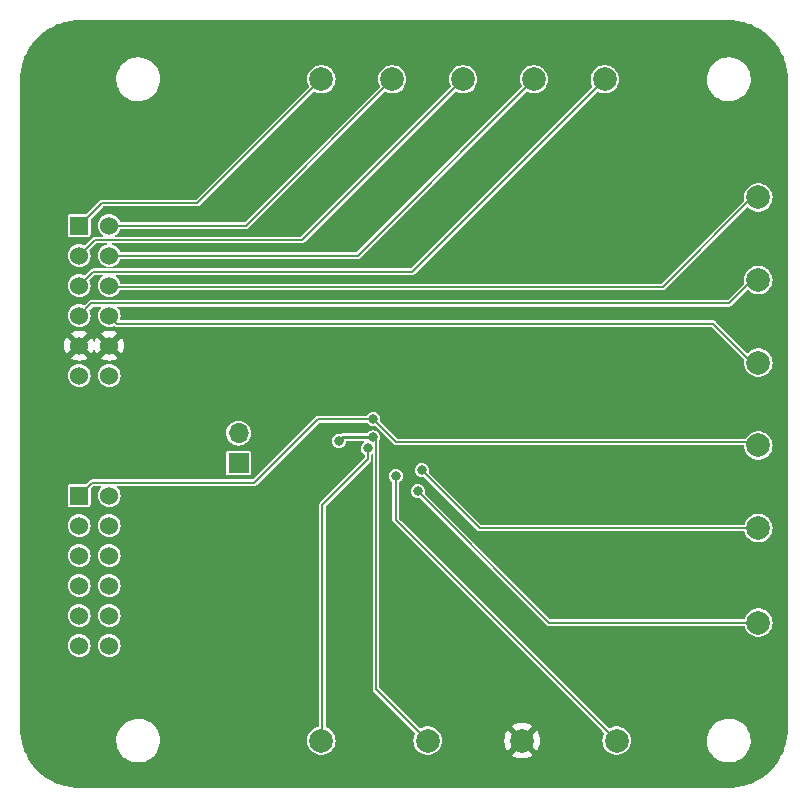
<source format=gbr>
%TF.GenerationSoftware,KiCad,Pcbnew,7.0.2*%
%TF.CreationDate,2024-03-05T22:27:11-06:00*%
%TF.ProjectId,AES_Test_Board,4145535f-5465-4737-945f-426f6172642e,rev?*%
%TF.SameCoordinates,Original*%
%TF.FileFunction,Copper,L2,Bot*%
%TF.FilePolarity,Positive*%
%FSLAX46Y46*%
G04 Gerber Fmt 4.6, Leading zero omitted, Abs format (unit mm)*
G04 Created by KiCad (PCBNEW 7.0.2) date 2024-03-05 22:27:11*
%MOMM*%
%LPD*%
G01*
G04 APERTURE LIST*
%TA.AperFunction,ComponentPad*%
%ADD10C,2.000000*%
%TD*%
%TA.AperFunction,ComponentPad*%
%ADD11R,1.700000X1.700000*%
%TD*%
%TA.AperFunction,ComponentPad*%
%ADD12O,1.700000X1.700000*%
%TD*%
%TA.AperFunction,ComponentPad*%
%ADD13R,1.524000X1.524000*%
%TD*%
%TA.AperFunction,ComponentPad*%
%ADD14C,1.524000*%
%TD*%
%TA.AperFunction,ViaPad*%
%ADD15C,0.800000*%
%TD*%
%TA.AperFunction,ViaPad*%
%ADD16C,0.600000*%
%TD*%
%TA.AperFunction,Conductor*%
%ADD17C,0.150000*%
%TD*%
%TA.AperFunction,Conductor*%
%ADD18C,0.250000*%
%TD*%
G04 APERTURE END LIST*
D10*
%TO.P,SU1,1,1*%
%TO.N,/SCAN_UPDATE*%
X132000000Y-60000000D03*
%TD*%
%TO.P,KRDY1,1,1*%
%TO.N,/KRDY*%
X145000000Y-84000000D03*
%TD*%
%TO.P,CLKOUT1,1,1*%
%TO.N,/CLKOUT*%
X133000000Y-116000000D03*
%TD*%
%TO.P,VDDPST1,1,1*%
%TO.N,/VDDPST*%
X108000000Y-116000000D03*
%TD*%
%TO.P,BSY1,1,1*%
%TO.N,/BSY*%
X145000000Y-106000000D03*
%TD*%
%TO.P,SE1,1,1*%
%TO.N,/SCAN_ENABLE*%
X126000000Y-60000000D03*
%TD*%
%TO.P,SO1,1,1*%
%TO.N,/SCAN_OUT*%
X145000000Y-98000000D03*
%TD*%
%TO.P,CLK1,1,1*%
%TO.N,/CLK*%
X114000000Y-60000000D03*
%TD*%
%TO.P,VDDD1,1,1*%
%TO.N,/VDDD*%
X117000000Y-116000000D03*
%TD*%
%TO.P,SCLK1,1,1*%
%TO.N,/SCAN_CLK*%
X120000000Y-60000000D03*
%TD*%
%TO.P,EN1,1,1*%
%TO.N,/ENABLE*%
X145000000Y-70000000D03*
%TD*%
%TO.P,RSTN1,1,1*%
%TO.N,/RSTN*%
X145000000Y-77000000D03*
%TD*%
%TO.P,DRDY1,1,1*%
%TO.N,/DRDY*%
X145000000Y-91000000D03*
%TD*%
%TO.P,SI1,1,1*%
%TO.N,/SCAN_IN*%
X108000000Y-60000000D03*
%TD*%
D11*
%TO.P,J3,1,Pin_1*%
%TO.N,Net-(J3-Pin_1)*%
X101000000Y-92500000D03*
D12*
%TO.P,J3,2,Pin_2*%
%TO.N,/VDDD*%
X101000000Y-89960000D03*
%TD*%
D10*
%TO.P,VSS1,1,1*%
%TO.N,/VSS*%
X125000000Y-116000000D03*
%TD*%
D13*
%TO.P,J2,1,Pin_1*%
%TO.N,/DRDY*%
X87500000Y-95250000D03*
D14*
%TO.P,J2,2,Pin_2*%
%TO.N,/SCAN_OUT*%
X87500000Y-97790000D03*
%TO.P,J2,3,Pin_3*%
%TO.N,/BSY*%
X87500000Y-100330000D03*
%TO.P,J2,4,Pin_4*%
%TO.N,unconnected-(J2-Pin_4-Pad4)*%
X87500000Y-102870000D03*
%TO.P,J2,5,Pin_5*%
%TO.N,unconnected-(J2-Pin_5-Pad5)*%
X87500000Y-105410000D03*
%TO.P,J2,6,Pin_6*%
%TO.N,unconnected-(J2-Pin_6-Pad6)*%
X87500000Y-107950000D03*
%TO.P,J2,7,Pin_7*%
%TO.N,unconnected-(J2-Pin_7-Pad7)*%
X90040000Y-95250000D03*
%TO.P,J2,8,Pin_8*%
%TO.N,unconnected-(J2-Pin_8-Pad8)*%
X90040000Y-97790000D03*
%TO.P,J2,9,Pin_9*%
%TO.N,unconnected-(J2-Pin_9-Pad9)*%
X90040000Y-100330000D03*
%TO.P,J2,10,Pin_10*%
%TO.N,unconnected-(J2-Pin_10-Pad10)*%
X90040000Y-102870000D03*
%TO.P,J2,11,Pin_11*%
%TO.N,unconnected-(J2-Pin_11-Pad11)*%
X90040000Y-105410000D03*
%TO.P,J2,12,Pin_12*%
%TO.N,unconnected-(J2-Pin_12-Pad12)*%
X90040000Y-107950000D03*
%TD*%
%TO.P,J1,12,Pin_12*%
%TO.N,/VDDPST*%
X90040000Y-85090000D03*
%TO.P,J1,11,Pin_11*%
%TO.N,/VSS*%
X90040000Y-82550000D03*
%TO.P,J1,10,Pin_10*%
%TO.N,/KRDY*%
X90040000Y-80010000D03*
%TO.P,J1,9,Pin_9*%
%TO.N,/ENABLE*%
X90040000Y-77470000D03*
%TO.P,J1,8,Pin_8*%
%TO.N,/SCAN_ENABLE*%
X90040000Y-74930000D03*
%TO.P,J1,7,Pin_7*%
%TO.N,/CLK*%
X90040000Y-72390000D03*
%TO.P,J1,6,Pin_6*%
%TO.N,/VDDPST*%
X87500000Y-85090000D03*
%TO.P,J1,5,Pin_5*%
%TO.N,/VSS*%
X87500000Y-82550000D03*
%TO.P,J1,4,Pin_4*%
%TO.N,/RSTN*%
X87500000Y-80010000D03*
%TO.P,J1,3,Pin_3*%
%TO.N,/SCAN_UPDATE*%
X87500000Y-77470000D03*
%TO.P,J1,2,Pin_2*%
%TO.N,/SCAN_CLK*%
X87500000Y-74930000D03*
D13*
%TO.P,J1,1,Pin_1*%
%TO.N,/SCAN_IN*%
X87500000Y-72390000D03*
%TD*%
D15*
%TO.N,/BSY*%
X116175000Y-94875000D03*
%TO.N,/SCAN_OUT*%
X116501149Y-93101149D03*
%TO.N,/CLKOUT*%
X114300000Y-93600000D03*
%TO.N,/DRDY*%
X112400000Y-88750000D03*
%TO.N,/VDDD*%
X109500000Y-90637500D03*
X112351340Y-90334614D03*
%TO.N,/VDDPST*%
X111950000Y-91250000D03*
D16*
%TO.N,/VSS*%
X105100000Y-73000000D03*
D15*
X105800000Y-89200000D03*
X100000000Y-95000000D03*
X140000000Y-95000000D03*
X110000000Y-65000000D03*
X120000000Y-105000000D03*
X122000000Y-86000000D03*
X110000000Y-115000000D03*
D16*
X105100000Y-71800000D03*
D15*
X90000000Y-65000000D03*
X110000000Y-105000000D03*
X140000000Y-105000000D03*
X120000000Y-86000000D03*
X140000000Y-115000000D03*
X120000000Y-115000000D03*
X120000000Y-88000000D03*
X118000000Y-86000000D03*
X90000000Y-115000000D03*
D16*
X103400000Y-75700000D03*
D15*
X130000000Y-65000000D03*
X100000000Y-105000000D03*
X100000000Y-115000000D03*
D16*
X103400000Y-78300000D03*
X103400000Y-74300000D03*
X103400000Y-79900000D03*
D15*
X100000000Y-97900000D03*
X118000000Y-86000000D03*
X118000000Y-88000000D03*
X118000000Y-90000000D03*
X130000000Y-115000000D03*
X120000000Y-90000000D03*
D16*
X103400000Y-81700000D03*
D15*
X122000000Y-88000000D03*
X100000000Y-65000000D03*
D16*
X103400000Y-77000000D03*
D15*
X122000000Y-90000000D03*
X140000000Y-65000000D03*
X130000000Y-75000000D03*
%TD*%
D17*
%TO.N,/BSY*%
X127300000Y-106000000D02*
X116175000Y-94875000D01*
X145000000Y-106000000D02*
X127300000Y-106000000D01*
%TO.N,/SCAN_OUT*%
X121400000Y-98000000D02*
X116501149Y-93101149D01*
X145000000Y-98000000D02*
X121400000Y-98000000D01*
%TO.N,/CLKOUT*%
X114300000Y-97300000D02*
X133000000Y-116000000D01*
X114300000Y-93600000D02*
X114300000Y-97300000D01*
%TO.N,/VDDD*%
X112650000Y-111650000D02*
X112650000Y-90633274D01*
X117000000Y-116000000D02*
X112650000Y-111650000D01*
X112650000Y-90633274D02*
X112351340Y-90334614D01*
%TO.N,/DRDY*%
X114350000Y-90700000D02*
X112400000Y-88750000D01*
X144200000Y-90700000D02*
X114350000Y-90700000D01*
X144500000Y-91000000D02*
X144200000Y-90700000D01*
D18*
%TO.N,/VDDD*%
X109837500Y-90300000D02*
X109500000Y-90637500D01*
X112316726Y-90300000D02*
X109837500Y-90300000D01*
X112351340Y-90334614D02*
X112316726Y-90300000D01*
D17*
%TO.N,/VDDPST*%
X108100000Y-115900000D02*
X108000000Y-116000000D01*
X111950000Y-92187500D02*
X108100000Y-96037500D01*
X108100000Y-96037500D02*
X108100000Y-115900000D01*
X111950000Y-91250000D02*
X111950000Y-92187500D01*
%TO.N,/DRDY*%
X102337000Y-94163000D02*
X107700000Y-88800000D01*
X112350000Y-88800000D02*
X112400000Y-88750000D01*
X88587000Y-94163000D02*
X102337000Y-94163000D01*
X107700000Y-88800000D02*
X112350000Y-88800000D01*
X87500000Y-95250000D02*
X88587000Y-94163000D01*
%TO.N,/RSTN*%
X88537000Y-78973000D02*
X142527000Y-78973000D01*
X142527000Y-78973000D02*
X144500000Y-77000000D01*
X87500000Y-80010000D02*
X88537000Y-78973000D01*
%TO.N,/KRDY*%
X141200000Y-80700000D02*
X144500000Y-84000000D01*
X90000000Y-80010000D02*
X90690000Y-80700000D01*
X90690000Y-80700000D02*
X141200000Y-80700000D01*
%TO.N,/ENABLE*%
X90040000Y-77470000D02*
X90170000Y-77600000D01*
X90170000Y-77600000D02*
X136900000Y-77600000D01*
X136900000Y-77600000D02*
X144500000Y-70000000D01*
%TO.N,/SCAN_UPDATE*%
X87500000Y-77470000D02*
X88670000Y-76300000D01*
X115700000Y-76300000D02*
X132000000Y-60000000D01*
X88670000Y-76300000D02*
X115700000Y-76300000D01*
%TO.N,/SCAN_IN*%
X87500000Y-72390000D02*
X89390000Y-70500000D01*
X89390000Y-70500000D02*
X97500000Y-70500000D01*
X97500000Y-70500000D02*
X108000000Y-60000000D01*
%TO.N,/SCAN_CLK*%
X106400000Y-73600000D02*
X120000000Y-60000000D01*
X88830000Y-73600000D02*
X106400000Y-73600000D01*
X87500000Y-74930000D02*
X88830000Y-73600000D01*
%TO.N,/CLK*%
X114000000Y-60000000D02*
X101610000Y-72390000D01*
X101610000Y-72390000D02*
X90040000Y-72390000D01*
%TO.N,/SCAN_ENABLE*%
X111070000Y-74930000D02*
X90040000Y-74930000D01*
X126000000Y-60000000D02*
X111070000Y-74930000D01*
%TD*%
%TA.AperFunction,Conductor*%
%TO.N,/VSS*%
G36*
X142501281Y-55000553D02*
G01*
X142717318Y-55009488D01*
X142915940Y-55018160D01*
X142920879Y-55018576D01*
X143136792Y-55045489D01*
X143337266Y-55071883D01*
X143341888Y-55072670D01*
X143554183Y-55117183D01*
X143752527Y-55161155D01*
X143756771Y-55162255D01*
X143964544Y-55224112D01*
X144158644Y-55285312D01*
X144162550Y-55286688D01*
X144363900Y-55365255D01*
X144364949Y-55365677D01*
X144552799Y-55443487D01*
X144556265Y-55445051D01*
X144676345Y-55503755D01*
X144750282Y-55539901D01*
X144751691Y-55540612D01*
X144931988Y-55634468D01*
X144935119Y-55636213D01*
X145120610Y-55746742D01*
X145122155Y-55747694D01*
X145293655Y-55856952D01*
X145296369Y-55858783D01*
X145472032Y-55984204D01*
X145473751Y-55985476D01*
X145635112Y-56109293D01*
X145637435Y-56111166D01*
X145802138Y-56250662D01*
X145803968Y-56252275D01*
X145953891Y-56389654D01*
X145955861Y-56391540D01*
X146108458Y-56544137D01*
X146110344Y-56546107D01*
X146247723Y-56696030D01*
X146249336Y-56697860D01*
X146388823Y-56862552D01*
X146390715Y-56864898D01*
X146514513Y-57026235D01*
X146515794Y-57027966D01*
X146641208Y-57203619D01*
X146643054Y-57206355D01*
X146752290Y-57377821D01*
X146753269Y-57379409D01*
X146863783Y-57564876D01*
X146865530Y-57568010D01*
X146959386Y-57748307D01*
X146960097Y-57749716D01*
X147054938Y-57943714D01*
X147056524Y-57947230D01*
X147134275Y-58134935D01*
X147134756Y-58136134D01*
X147213309Y-58337449D01*
X147214692Y-58341374D01*
X147275899Y-58535496D01*
X147337734Y-58743199D01*
X147338850Y-58747502D01*
X147382818Y-58945826D01*
X147427323Y-59158089D01*
X147428118Y-59162755D01*
X147454524Y-59363319D01*
X147481419Y-59579087D01*
X147481840Y-59584091D01*
X147490513Y-59782728D01*
X147499447Y-59998718D01*
X147499500Y-60001301D01*
X147499500Y-114998698D01*
X147499447Y-115001281D01*
X147490513Y-115217271D01*
X147481840Y-115415907D01*
X147481419Y-115420912D01*
X147454524Y-115636680D01*
X147428119Y-115837242D01*
X147427324Y-115841910D01*
X147382818Y-116054173D01*
X147338851Y-116252495D01*
X147337735Y-116256800D01*
X147275899Y-116464503D01*
X147214692Y-116658626D01*
X147213310Y-116662548D01*
X147134757Y-116863864D01*
X147134275Y-116865063D01*
X147056532Y-117052752D01*
X147054938Y-117056284D01*
X146960097Y-117250282D01*
X146959386Y-117251691D01*
X146865530Y-117431988D01*
X146863783Y-117435122D01*
X146753269Y-117620589D01*
X146752290Y-117622177D01*
X146643054Y-117793643D01*
X146641208Y-117796379D01*
X146515794Y-117972032D01*
X146514513Y-117973763D01*
X146390715Y-118135100D01*
X146388823Y-118137446D01*
X146249336Y-118302138D01*
X146247723Y-118303968D01*
X146110344Y-118453891D01*
X146108458Y-118455861D01*
X145955861Y-118608458D01*
X145953891Y-118610344D01*
X145803968Y-118747723D01*
X145802138Y-118749336D01*
X145637446Y-118888823D01*
X145635100Y-118890715D01*
X145473763Y-119014513D01*
X145472032Y-119015794D01*
X145296379Y-119141208D01*
X145293643Y-119143054D01*
X145122177Y-119252290D01*
X145120589Y-119253269D01*
X144935122Y-119363783D01*
X144931988Y-119365530D01*
X144751691Y-119459386D01*
X144750282Y-119460097D01*
X144556284Y-119554938D01*
X144552752Y-119556532D01*
X144365063Y-119634275D01*
X144363864Y-119634756D01*
X144162549Y-119713309D01*
X144158624Y-119714692D01*
X143964503Y-119775899D01*
X143756799Y-119837734D01*
X143752496Y-119838850D01*
X143554173Y-119882818D01*
X143341909Y-119927323D01*
X143337243Y-119928118D01*
X143136680Y-119954524D01*
X142920911Y-119981419D01*
X142915907Y-119981840D01*
X142717271Y-119990513D01*
X142501281Y-119999447D01*
X142498698Y-119999500D01*
X87501302Y-119999500D01*
X87498719Y-119999447D01*
X87282728Y-119990513D01*
X87084091Y-119981840D01*
X87079086Y-119981419D01*
X86863319Y-119954524D01*
X86662756Y-119928119D01*
X86658088Y-119927324D01*
X86445826Y-119882818D01*
X86247503Y-119838851D01*
X86243198Y-119837735D01*
X86035496Y-119775899D01*
X85841372Y-119714692D01*
X85837450Y-119713310D01*
X85636134Y-119634757D01*
X85634953Y-119634282D01*
X85447230Y-119556524D01*
X85443714Y-119554938D01*
X85249716Y-119460097D01*
X85248307Y-119459386D01*
X85068010Y-119365530D01*
X85064876Y-119363783D01*
X84879409Y-119253269D01*
X84877821Y-119252290D01*
X84706355Y-119143054D01*
X84703619Y-119141208D01*
X84527966Y-119015794D01*
X84526235Y-119014513D01*
X84364898Y-118890715D01*
X84362552Y-118888823D01*
X84197860Y-118749336D01*
X84196030Y-118747723D01*
X84046107Y-118610344D01*
X84044137Y-118608458D01*
X83891540Y-118455861D01*
X83889654Y-118453891D01*
X83752275Y-118303968D01*
X83750662Y-118302138D01*
X83611175Y-118137446D01*
X83609283Y-118135100D01*
X83485485Y-117973763D01*
X83484204Y-117972032D01*
X83358783Y-117796369D01*
X83356944Y-117793643D01*
X83346200Y-117776779D01*
X83247694Y-117622155D01*
X83246729Y-117620589D01*
X83203142Y-117547441D01*
X83136213Y-117435119D01*
X83134468Y-117431988D01*
X83040612Y-117251691D01*
X83039901Y-117250282D01*
X82956464Y-117079610D01*
X82945051Y-117056265D01*
X82943487Y-117052799D01*
X82865680Y-116864956D01*
X82865242Y-116863864D01*
X82786689Y-116662549D01*
X82785306Y-116658624D01*
X82724100Y-116464503D01*
X82662264Y-116256799D01*
X82661157Y-116252533D01*
X82620194Y-116067763D01*
X90645788Y-116067763D01*
X90675413Y-116337017D01*
X90743927Y-116599086D01*
X90849871Y-116848394D01*
X90990979Y-117079607D01*
X91164257Y-117287823D01*
X91328654Y-117435122D01*
X91365998Y-117468582D01*
X91591910Y-117618044D01*
X91837176Y-117733020D01*
X92096569Y-117811060D01*
X92364561Y-117850500D01*
X92364562Y-117850500D01*
X92566492Y-117850500D01*
X92567631Y-117850500D01*
X92770156Y-117835677D01*
X93034553Y-117776780D01*
X93287558Y-117680014D01*
X93523777Y-117547441D01*
X93738177Y-117381888D01*
X93926186Y-117186881D01*
X94083799Y-116966579D01*
X94207656Y-116725675D01*
X94295118Y-116469305D01*
X94344319Y-116202933D01*
X94351735Y-116000000D01*
X106794356Y-116000000D01*
X106814884Y-116221534D01*
X106823704Y-116252533D01*
X106875771Y-116435528D01*
X106974942Y-116634689D01*
X107109019Y-116812236D01*
X107273438Y-116962124D01*
X107462599Y-117079247D01*
X107670060Y-117159618D01*
X107888757Y-117200500D01*
X108111243Y-117200500D01*
X108329940Y-117159618D01*
X108537401Y-117079247D01*
X108726562Y-116962124D01*
X108890981Y-116812236D01*
X109025058Y-116634689D01*
X109124229Y-116435528D01*
X109185115Y-116221536D01*
X109205643Y-116000000D01*
X109185115Y-115778464D01*
X109124229Y-115564472D01*
X109025058Y-115365311D01*
X108890981Y-115187764D01*
X108726562Y-115037876D01*
X108537401Y-114920753D01*
X108537398Y-114920752D01*
X108537397Y-114920751D01*
X108415422Y-114873497D01*
X108380825Y-114840463D01*
X108375500Y-114815218D01*
X108375500Y-96177503D01*
X108393805Y-96133310D01*
X112121272Y-92405842D01*
X112130740Y-92398073D01*
X112148624Y-92386124D01*
X112209515Y-92294995D01*
X112225500Y-92214633D01*
X112225500Y-92214632D01*
X112230897Y-92187500D01*
X112226701Y-92166404D01*
X112225500Y-92154212D01*
X112225500Y-91826337D01*
X112243806Y-91782143D01*
X112249952Y-91776753D01*
X112273952Y-91758337D01*
X112320158Y-91745956D01*
X112361584Y-91769873D01*
X112374500Y-91807921D01*
X112374500Y-111616712D01*
X112373299Y-111628904D01*
X112369103Y-111649999D01*
X112373299Y-111671093D01*
X112373299Y-111671096D01*
X112390484Y-111757494D01*
X112451375Y-111848623D01*
X112469258Y-111860572D01*
X112478729Y-111868345D01*
X115943394Y-115333010D01*
X115961700Y-115377204D01*
X115955148Y-115405061D01*
X115902255Y-115511285D01*
X115875770Y-115564474D01*
X115814884Y-115778465D01*
X115794356Y-116000000D01*
X115814884Y-116221534D01*
X115823704Y-116252533D01*
X115875771Y-116435528D01*
X115974942Y-116634689D01*
X116109019Y-116812236D01*
X116273438Y-116962124D01*
X116462599Y-117079247D01*
X116670060Y-117159618D01*
X116888757Y-117200500D01*
X117111243Y-117200500D01*
X117329940Y-117159618D01*
X117537401Y-117079247D01*
X117726562Y-116962124D01*
X117890981Y-116812236D01*
X118025058Y-116634689D01*
X118124229Y-116435528D01*
X118185115Y-116221536D01*
X118205643Y-116000000D01*
X123494859Y-116000000D01*
X123515387Y-116247742D01*
X123576410Y-116488714D01*
X123676268Y-116716369D01*
X123776563Y-116869881D01*
X123776564Y-116869881D01*
X124516922Y-116129522D01*
X124540507Y-116209844D01*
X124618239Y-116330798D01*
X124726900Y-116424952D01*
X124857685Y-116484680D01*
X124867466Y-116486086D01*
X124129941Y-117223609D01*
X124176767Y-117260054D01*
X124395389Y-117378366D01*
X124630511Y-117459083D01*
X124875708Y-117500000D01*
X125124292Y-117500000D01*
X125369488Y-117459083D01*
X125604610Y-117378366D01*
X125823235Y-117260052D01*
X125870056Y-117223610D01*
X125870057Y-117223609D01*
X125132533Y-116486086D01*
X125142315Y-116484680D01*
X125273100Y-116424952D01*
X125381761Y-116330798D01*
X125459493Y-116209844D01*
X125483077Y-116129523D01*
X126223434Y-116869881D01*
X126323732Y-116716366D01*
X126423589Y-116488714D01*
X126484612Y-116247742D01*
X126505140Y-116000000D01*
X126484612Y-115752257D01*
X126423589Y-115511285D01*
X126323730Y-115283630D01*
X126223435Y-115130117D01*
X126223434Y-115130117D01*
X125483076Y-115870475D01*
X125459493Y-115790156D01*
X125381761Y-115669202D01*
X125273100Y-115575048D01*
X125142315Y-115515320D01*
X125132531Y-115513913D01*
X125870057Y-114776389D01*
X125823232Y-114739945D01*
X125604610Y-114621633D01*
X125369488Y-114540916D01*
X125124292Y-114500000D01*
X124875708Y-114500000D01*
X124630511Y-114540916D01*
X124395389Y-114621633D01*
X124176767Y-114739944D01*
X124129942Y-114776389D01*
X124867466Y-115513913D01*
X124857685Y-115515320D01*
X124726900Y-115575048D01*
X124618239Y-115669202D01*
X124540507Y-115790156D01*
X124516923Y-115870476D01*
X123776564Y-115130117D01*
X123776563Y-115130117D01*
X123676268Y-115283630D01*
X123576410Y-115511285D01*
X123515387Y-115752257D01*
X123494859Y-116000000D01*
X118205643Y-116000000D01*
X118185115Y-115778464D01*
X118124229Y-115564472D01*
X118025058Y-115365311D01*
X117890981Y-115187764D01*
X117726562Y-115037876D01*
X117537401Y-114920753D01*
X117537398Y-114920752D01*
X117537397Y-114920751D01*
X117329942Y-114840382D01*
X117111243Y-114799500D01*
X116888757Y-114799500D01*
X116670062Y-114840381D01*
X116462594Y-114920754D01*
X116410670Y-114952904D01*
X116363459Y-114960605D01*
X116333575Y-114943959D01*
X112943805Y-111554189D01*
X112925499Y-111509995D01*
X112925499Y-101134162D01*
X112925499Y-93600000D01*
X113694318Y-93600000D01*
X113714955Y-93756759D01*
X113775465Y-93902843D01*
X113871717Y-94028282D01*
X114000047Y-94126752D01*
X114023965Y-94168179D01*
X114024500Y-94176337D01*
X114024500Y-97266712D01*
X114023299Y-97278904D01*
X114019103Y-97299999D01*
X114023299Y-97321093D01*
X114023299Y-97321096D01*
X114040484Y-97407494D01*
X114101375Y-97498623D01*
X114119258Y-97510572D01*
X114128729Y-97518345D01*
X131943394Y-115333010D01*
X131961700Y-115377204D01*
X131955148Y-115405061D01*
X131902255Y-115511285D01*
X131875770Y-115564474D01*
X131814884Y-115778465D01*
X131794356Y-116000000D01*
X131814884Y-116221534D01*
X131823704Y-116252533D01*
X131875771Y-116435528D01*
X131974942Y-116634689D01*
X132109019Y-116812236D01*
X132273438Y-116962124D01*
X132462599Y-117079247D01*
X132670060Y-117159618D01*
X132888757Y-117200500D01*
X133111243Y-117200500D01*
X133329940Y-117159618D01*
X133537401Y-117079247D01*
X133726562Y-116962124D01*
X133890981Y-116812236D01*
X134025058Y-116634689D01*
X134124229Y-116435528D01*
X134185115Y-116221536D01*
X134199364Y-116067763D01*
X140645788Y-116067763D01*
X140675413Y-116337017D01*
X140743927Y-116599086D01*
X140849871Y-116848394D01*
X140990979Y-117079607D01*
X141164257Y-117287823D01*
X141328654Y-117435122D01*
X141365998Y-117468582D01*
X141591910Y-117618044D01*
X141837176Y-117733020D01*
X142096569Y-117811060D01*
X142364561Y-117850500D01*
X142364562Y-117850500D01*
X142566492Y-117850500D01*
X142567631Y-117850500D01*
X142770156Y-117835677D01*
X143034553Y-117776780D01*
X143287558Y-117680014D01*
X143523777Y-117547441D01*
X143738177Y-117381888D01*
X143926186Y-117186881D01*
X144083799Y-116966579D01*
X144207656Y-116725675D01*
X144295118Y-116469305D01*
X144344319Y-116202933D01*
X144354212Y-115932235D01*
X144324586Y-115662982D01*
X144256072Y-115400912D01*
X144150130Y-115151610D01*
X144150128Y-115151605D01*
X144009020Y-114920392D01*
X143835742Y-114712176D01*
X143634003Y-114531419D01*
X143634002Y-114531418D01*
X143514807Y-114452559D01*
X143408094Y-114381958D01*
X143275896Y-114319986D01*
X143162824Y-114266980D01*
X143162821Y-114266979D01*
X143162819Y-114266978D01*
X142903432Y-114188940D01*
X142736153Y-114164322D01*
X142635439Y-114149500D01*
X142432369Y-114149500D01*
X142431240Y-114149582D01*
X142431229Y-114149583D01*
X142229847Y-114164322D01*
X141965446Y-114223220D01*
X141712442Y-114319985D01*
X141476222Y-114452559D01*
X141261820Y-114618114D01*
X141073816Y-114813116D01*
X140916201Y-115033420D01*
X140913910Y-115037877D01*
X140792344Y-115274325D01*
X140792342Y-115274328D01*
X140792342Y-115274330D01*
X140704882Y-115530694D01*
X140655680Y-115797066D01*
X140645788Y-116067763D01*
X134199364Y-116067763D01*
X134205643Y-116000000D01*
X134185115Y-115778464D01*
X134124229Y-115564472D01*
X134025058Y-115365311D01*
X133890981Y-115187764D01*
X133726562Y-115037876D01*
X133537401Y-114920753D01*
X133537398Y-114920752D01*
X133537397Y-114920751D01*
X133329942Y-114840382D01*
X133111243Y-114799500D01*
X132888757Y-114799500D01*
X132670062Y-114840381D01*
X132462594Y-114920754D01*
X132410670Y-114952904D01*
X132363459Y-114960605D01*
X132333575Y-114943959D01*
X114593806Y-97204190D01*
X114575500Y-97159996D01*
X114575500Y-95787322D01*
X114575500Y-94875000D01*
X115569318Y-94875000D01*
X115589955Y-95031759D01*
X115650465Y-95177843D01*
X115746717Y-95303282D01*
X115872156Y-95399534D01*
X115872159Y-95399536D01*
X116018238Y-95460044D01*
X116175000Y-95480682D01*
X116331762Y-95460044D01*
X116331765Y-95460042D01*
X116335371Y-95459568D01*
X116381576Y-95471948D01*
X116387723Y-95477339D01*
X127081653Y-106171269D01*
X127089423Y-106180735D01*
X127101376Y-106198624D01*
X127119258Y-106210572D01*
X127119260Y-106210574D01*
X127119261Y-106210574D01*
X127124376Y-106213992D01*
X127124378Y-106213994D01*
X127135666Y-106221536D01*
X127192505Y-106259515D01*
X127272867Y-106275500D01*
X127272868Y-106275500D01*
X127300000Y-106280897D01*
X127321094Y-106276700D01*
X127333287Y-106275500D01*
X143783041Y-106275500D01*
X143827235Y-106293806D01*
X143843155Y-106320896D01*
X143875771Y-106435528D01*
X143974942Y-106634689D01*
X144109019Y-106812236D01*
X144273438Y-106962124D01*
X144462599Y-107079247D01*
X144670060Y-107159618D01*
X144888757Y-107200500D01*
X145111243Y-107200500D01*
X145329940Y-107159618D01*
X145537401Y-107079247D01*
X145726562Y-106962124D01*
X145890981Y-106812236D01*
X146025058Y-106634689D01*
X146124229Y-106435528D01*
X146185115Y-106221536D01*
X146205643Y-106000000D01*
X146185115Y-105778464D01*
X146124229Y-105564472D01*
X146025058Y-105365311D01*
X145890981Y-105187764D01*
X145726562Y-105037876D01*
X145537401Y-104920753D01*
X145537398Y-104920752D01*
X145537397Y-104920751D01*
X145329942Y-104840382D01*
X145111243Y-104799500D01*
X144888757Y-104799500D01*
X144670057Y-104840382D01*
X144462602Y-104920751D01*
X144273436Y-105037877D01*
X144109019Y-105187763D01*
X143974943Y-105365309D01*
X143974942Y-105365310D01*
X143974942Y-105365311D01*
X143952690Y-105410000D01*
X143875770Y-105564475D01*
X143843155Y-105679104D01*
X143813454Y-105716602D01*
X143783041Y-105724500D01*
X127440004Y-105724500D01*
X127395810Y-105706194D01*
X116777339Y-95087723D01*
X116759033Y-95043529D01*
X116759568Y-95035371D01*
X116760042Y-95031765D01*
X116760044Y-95031762D01*
X116780682Y-94875000D01*
X116760044Y-94718238D01*
X116699536Y-94572159D01*
X116619805Y-94468251D01*
X116603282Y-94446717D01*
X116477843Y-94350465D01*
X116477841Y-94350464D01*
X116331762Y-94289956D01*
X116331761Y-94289955D01*
X116331759Y-94289955D01*
X116175000Y-94269318D01*
X116018240Y-94289955D01*
X115872156Y-94350465D01*
X115746717Y-94446717D01*
X115650465Y-94572156D01*
X115589955Y-94718240D01*
X115569318Y-94875000D01*
X114575500Y-94875000D01*
X114575500Y-94176334D01*
X114593805Y-94132143D01*
X114599952Y-94126752D01*
X114602838Y-94124536D01*
X114602841Y-94124536D01*
X114728282Y-94028282D01*
X114824536Y-93902841D01*
X114885044Y-93756762D01*
X114905682Y-93600000D01*
X114885044Y-93443238D01*
X114824536Y-93297159D01*
X114815399Y-93285251D01*
X114728282Y-93171717D01*
X114636315Y-93101149D01*
X115895467Y-93101149D01*
X115916104Y-93257908D01*
X115916104Y-93257910D01*
X115916105Y-93257911D01*
X115976613Y-93403990D01*
X115976614Y-93403992D01*
X116072866Y-93529431D01*
X116198305Y-93625683D01*
X116198308Y-93625685D01*
X116344387Y-93686193D01*
X116501149Y-93706831D01*
X116657911Y-93686193D01*
X116657914Y-93686191D01*
X116661520Y-93685717D01*
X116707725Y-93698097D01*
X116713872Y-93703488D01*
X121181653Y-98171269D01*
X121189423Y-98180735D01*
X121201376Y-98198624D01*
X121219255Y-98210570D01*
X121219263Y-98210577D01*
X121292506Y-98259516D01*
X121400000Y-98280897D01*
X121421097Y-98276701D01*
X121433289Y-98275500D01*
X143783041Y-98275500D01*
X143827235Y-98293806D01*
X143843155Y-98320896D01*
X143844984Y-98327324D01*
X143875771Y-98435528D01*
X143974942Y-98634689D01*
X144109019Y-98812236D01*
X144273438Y-98962124D01*
X144462599Y-99079247D01*
X144670060Y-99159618D01*
X144888757Y-99200500D01*
X145111243Y-99200500D01*
X145329940Y-99159618D01*
X145537401Y-99079247D01*
X145726562Y-98962124D01*
X145890981Y-98812236D01*
X146025058Y-98634689D01*
X146124229Y-98435528D01*
X146185115Y-98221536D01*
X146205643Y-98000000D01*
X146185115Y-97778464D01*
X146124229Y-97564472D01*
X146025058Y-97365311D01*
X145890981Y-97187764D01*
X145726562Y-97037876D01*
X145537401Y-96920753D01*
X145537398Y-96920752D01*
X145537397Y-96920751D01*
X145329942Y-96840382D01*
X145111243Y-96799500D01*
X144888757Y-96799500D01*
X144670057Y-96840382D01*
X144462602Y-96920751D01*
X144273436Y-97037877D01*
X144109019Y-97187763D01*
X143974943Y-97365309D01*
X143974942Y-97365310D01*
X143974942Y-97365311D01*
X143900908Y-97513992D01*
X143875770Y-97564475D01*
X143843155Y-97679104D01*
X143813454Y-97716602D01*
X143783041Y-97724500D01*
X121540004Y-97724500D01*
X121495810Y-97706194D01*
X117103488Y-93313872D01*
X117085182Y-93269678D01*
X117085717Y-93261520D01*
X117086191Y-93257914D01*
X117086193Y-93257911D01*
X117106831Y-93101149D01*
X117086193Y-92944387D01*
X117025685Y-92798308D01*
X117025683Y-92798305D01*
X116929431Y-92672866D01*
X116803992Y-92576614D01*
X116803990Y-92576613D01*
X116657911Y-92516105D01*
X116657910Y-92516104D01*
X116657908Y-92516104D01*
X116501149Y-92495467D01*
X116344389Y-92516104D01*
X116198305Y-92576614D01*
X116072866Y-92672866D01*
X115976614Y-92798305D01*
X115916104Y-92944389D01*
X115895467Y-93101149D01*
X114636315Y-93101149D01*
X114602843Y-93075465D01*
X114602841Y-93075464D01*
X114456762Y-93014956D01*
X114456761Y-93014955D01*
X114456759Y-93014955D01*
X114328012Y-92998005D01*
X114300000Y-92994318D01*
X114299999Y-92994318D01*
X114143240Y-93014955D01*
X113997156Y-93075465D01*
X113871717Y-93171717D01*
X113775465Y-93297156D01*
X113714955Y-93443240D01*
X113694318Y-93600000D01*
X112925499Y-93600000D01*
X112925499Y-90666549D01*
X112926698Y-90654381D01*
X112930897Y-90633274D01*
X112922788Y-90592506D01*
X112917307Y-90564954D01*
X112920864Y-90528842D01*
X112936384Y-90491376D01*
X112957022Y-90334614D01*
X112936384Y-90177852D01*
X112875876Y-90031773D01*
X112851838Y-90000446D01*
X112779622Y-89906331D01*
X112654183Y-89810079D01*
X112628643Y-89799500D01*
X112508102Y-89749570D01*
X112508101Y-89749569D01*
X112508099Y-89749569D01*
X112351340Y-89728932D01*
X112194580Y-89749569D01*
X112048496Y-89810079D01*
X111923057Y-89906331D01*
X111889514Y-89950047D01*
X111848087Y-89973965D01*
X111839929Y-89974500D01*
X109854441Y-89974500D01*
X109848994Y-89974262D01*
X109845599Y-89973965D01*
X109808692Y-89970735D01*
X109769600Y-89981209D01*
X109764281Y-89982388D01*
X109724454Y-89989411D01*
X109718985Y-89992569D01*
X109703917Y-89998811D01*
X109697815Y-90000446D01*
X109664672Y-90023651D01*
X109660077Y-90026578D01*
X109641339Y-90037397D01*
X109601931Y-90045236D01*
X109500000Y-90031817D01*
X109343240Y-90052455D01*
X109197156Y-90112965D01*
X109071717Y-90209217D01*
X108975465Y-90334656D01*
X108914955Y-90480740D01*
X108895898Y-90625500D01*
X108894318Y-90637500D01*
X108895148Y-90643806D01*
X108914955Y-90794259D01*
X108914955Y-90794261D01*
X108914956Y-90794262D01*
X108973348Y-90935232D01*
X108975465Y-90940343D01*
X109071717Y-91065782D01*
X109197156Y-91162034D01*
X109197159Y-91162036D01*
X109343238Y-91222544D01*
X109500000Y-91243182D01*
X109656762Y-91222544D01*
X109802841Y-91162036D01*
X109928282Y-91065782D01*
X110024536Y-90940341D01*
X110085044Y-90794262D01*
X110100107Y-90679842D01*
X110124026Y-90638415D01*
X110162073Y-90625500D01*
X111593315Y-90625500D01*
X111637509Y-90643806D01*
X111655815Y-90688000D01*
X111637509Y-90732194D01*
X111631362Y-90737585D01*
X111521717Y-90821717D01*
X111425465Y-90947156D01*
X111364955Y-91093240D01*
X111344318Y-91249999D01*
X111364955Y-91406759D01*
X111364955Y-91406761D01*
X111364956Y-91406762D01*
X111382659Y-91449500D01*
X111425465Y-91552843D01*
X111521717Y-91678282D01*
X111650047Y-91776752D01*
X111673965Y-91818179D01*
X111674500Y-91826337D01*
X111674500Y-92047495D01*
X111656194Y-92091689D01*
X107928729Y-95819153D01*
X107919262Y-95826924D01*
X107901375Y-95838877D01*
X107843903Y-95924888D01*
X107836131Y-95934358D01*
X107835449Y-95935039D01*
X107836785Y-95948601D01*
X107820247Y-96031748D01*
X107819103Y-96037500D01*
X107822417Y-96054162D01*
X107823299Y-96058593D01*
X107824500Y-96070786D01*
X107824500Y-114759611D01*
X107806194Y-114803805D01*
X107773485Y-114821047D01*
X107670057Y-114840382D01*
X107462602Y-114920751D01*
X107273436Y-115037877D01*
X107109019Y-115187763D01*
X106974943Y-115365309D01*
X106974942Y-115365310D01*
X106974942Y-115365311D01*
X106902256Y-115511285D01*
X106875770Y-115564475D01*
X106814884Y-115778465D01*
X106794356Y-116000000D01*
X94351735Y-116000000D01*
X94354212Y-115932235D01*
X94324586Y-115662982D01*
X94256072Y-115400912D01*
X94150130Y-115151610D01*
X94150128Y-115151605D01*
X94009020Y-114920392D01*
X93835742Y-114712176D01*
X93634003Y-114531419D01*
X93634002Y-114531418D01*
X93514807Y-114452559D01*
X93408094Y-114381958D01*
X93275896Y-114319986D01*
X93162824Y-114266980D01*
X93162821Y-114266979D01*
X93162819Y-114266978D01*
X92903432Y-114188940D01*
X92736153Y-114164322D01*
X92635439Y-114149500D01*
X92432369Y-114149500D01*
X92431240Y-114149582D01*
X92431229Y-114149583D01*
X92229847Y-114164322D01*
X91965446Y-114223220D01*
X91712442Y-114319985D01*
X91476222Y-114452559D01*
X91261820Y-114618114D01*
X91073816Y-114813116D01*
X90916201Y-115033420D01*
X90913910Y-115037877D01*
X90792344Y-115274325D01*
X90792342Y-115274328D01*
X90792342Y-115274330D01*
X90704882Y-115530694D01*
X90655680Y-115797066D01*
X90645788Y-116067763D01*
X82620194Y-116067763D01*
X82617181Y-116054173D01*
X82572675Y-115841909D01*
X82571880Y-115837243D01*
X82564142Y-115778465D01*
X82545489Y-115636791D01*
X82518576Y-115420881D01*
X82518160Y-115415940D01*
X82509486Y-115217271D01*
X82500553Y-115001281D01*
X82500500Y-114998698D01*
X82500500Y-107949999D01*
X86532843Y-107949999D01*
X86551426Y-108138681D01*
X86606463Y-108320116D01*
X86685615Y-108468199D01*
X86695838Y-108487324D01*
X86816117Y-108633883D01*
X86962676Y-108754162D01*
X87129885Y-108843537D01*
X87311317Y-108898573D01*
X87500000Y-108917157D01*
X87688683Y-108898573D01*
X87870115Y-108843537D01*
X88037324Y-108754162D01*
X88183883Y-108633883D01*
X88304162Y-108487324D01*
X88393537Y-108320115D01*
X88448573Y-108138683D01*
X88467157Y-107950000D01*
X88467157Y-107949999D01*
X89072843Y-107949999D01*
X89091426Y-108138681D01*
X89146463Y-108320116D01*
X89225615Y-108468199D01*
X89235838Y-108487324D01*
X89356117Y-108633883D01*
X89502676Y-108754162D01*
X89669885Y-108843537D01*
X89851317Y-108898573D01*
X90040000Y-108917157D01*
X90228683Y-108898573D01*
X90410115Y-108843537D01*
X90577324Y-108754162D01*
X90723883Y-108633883D01*
X90844162Y-108487324D01*
X90933537Y-108320115D01*
X90988573Y-108138683D01*
X91007157Y-107950000D01*
X90988573Y-107761317D01*
X90933537Y-107579885D01*
X90844162Y-107412676D01*
X90723883Y-107266117D01*
X90577324Y-107145838D01*
X90452743Y-107079248D01*
X90410116Y-107056463D01*
X90228681Y-107001426D01*
X90060613Y-106984873D01*
X90040000Y-106982843D01*
X90039999Y-106982843D01*
X89851318Y-107001426D01*
X89669883Y-107056463D01*
X89502677Y-107145837D01*
X89356117Y-107266117D01*
X89235837Y-107412677D01*
X89146463Y-107579883D01*
X89091426Y-107761318D01*
X89072843Y-107949999D01*
X88467157Y-107949999D01*
X88448573Y-107761317D01*
X88393537Y-107579885D01*
X88304162Y-107412676D01*
X88183883Y-107266117D01*
X88037324Y-107145838D01*
X87912743Y-107079248D01*
X87870116Y-107056463D01*
X87688681Y-107001426D01*
X87500000Y-106982843D01*
X87311318Y-107001426D01*
X87129883Y-107056463D01*
X86962677Y-107145837D01*
X86816117Y-107266117D01*
X86695837Y-107412677D01*
X86606463Y-107579883D01*
X86551426Y-107761318D01*
X86532843Y-107949999D01*
X82500500Y-107949999D01*
X82500500Y-105409999D01*
X86532843Y-105409999D01*
X86551426Y-105598681D01*
X86606463Y-105780116D01*
X86685615Y-105928199D01*
X86695838Y-105947324D01*
X86816117Y-106093883D01*
X86962676Y-106214162D01*
X87129885Y-106303537D01*
X87311317Y-106358573D01*
X87500000Y-106377157D01*
X87688683Y-106358573D01*
X87870115Y-106303537D01*
X88037324Y-106214162D01*
X88183883Y-106093883D01*
X88304162Y-105947324D01*
X88393537Y-105780115D01*
X88448573Y-105598683D01*
X88467157Y-105410000D01*
X89072843Y-105410000D01*
X89091426Y-105598681D01*
X89146463Y-105780116D01*
X89225615Y-105928199D01*
X89235838Y-105947324D01*
X89356117Y-106093883D01*
X89502676Y-106214162D01*
X89669885Y-106303537D01*
X89851317Y-106358573D01*
X90040000Y-106377157D01*
X90228683Y-106358573D01*
X90410115Y-106303537D01*
X90577324Y-106214162D01*
X90723883Y-106093883D01*
X90844162Y-105947324D01*
X90933537Y-105780115D01*
X90988573Y-105598683D01*
X91007157Y-105410000D01*
X90988573Y-105221317D01*
X90933537Y-105039885D01*
X90844162Y-104872676D01*
X90723883Y-104726117D01*
X90577324Y-104605838D01*
X90558199Y-104595615D01*
X90410116Y-104516463D01*
X90228681Y-104461426D01*
X90060613Y-104444873D01*
X90040000Y-104442843D01*
X90039999Y-104442843D01*
X89851318Y-104461426D01*
X89669883Y-104516463D01*
X89502677Y-104605837D01*
X89356117Y-104726117D01*
X89235837Y-104872677D01*
X89146463Y-105039883D01*
X89091426Y-105221318D01*
X89072843Y-105410000D01*
X88467157Y-105410000D01*
X88448573Y-105221317D01*
X88393537Y-105039885D01*
X88304162Y-104872676D01*
X88183883Y-104726117D01*
X88037324Y-104605838D01*
X88018199Y-104595615D01*
X87870116Y-104516463D01*
X87688681Y-104461426D01*
X87500000Y-104442843D01*
X87311318Y-104461426D01*
X87129883Y-104516463D01*
X86962677Y-104605837D01*
X86816117Y-104726117D01*
X86695837Y-104872677D01*
X86606463Y-105039883D01*
X86551426Y-105221318D01*
X86532843Y-105409999D01*
X82500500Y-105409999D01*
X82500500Y-102870000D01*
X86532843Y-102870000D01*
X86551426Y-103058681D01*
X86606463Y-103240116D01*
X86685615Y-103388199D01*
X86695838Y-103407324D01*
X86816117Y-103553883D01*
X86962676Y-103674162D01*
X87129885Y-103763537D01*
X87311317Y-103818573D01*
X87500000Y-103837157D01*
X87688683Y-103818573D01*
X87870115Y-103763537D01*
X88037324Y-103674162D01*
X88183883Y-103553883D01*
X88304162Y-103407324D01*
X88393537Y-103240115D01*
X88448573Y-103058683D01*
X88467157Y-102870000D01*
X89072843Y-102870000D01*
X89091426Y-103058681D01*
X89146463Y-103240116D01*
X89225615Y-103388199D01*
X89235838Y-103407324D01*
X89356117Y-103553883D01*
X89502676Y-103674162D01*
X89669885Y-103763537D01*
X89851317Y-103818573D01*
X90040000Y-103837157D01*
X90228683Y-103818573D01*
X90410115Y-103763537D01*
X90577324Y-103674162D01*
X90723883Y-103553883D01*
X90844162Y-103407324D01*
X90933537Y-103240115D01*
X90988573Y-103058683D01*
X91007157Y-102870000D01*
X90988573Y-102681317D01*
X90933537Y-102499885D01*
X90844162Y-102332676D01*
X90723883Y-102186117D01*
X90577324Y-102065838D01*
X90558199Y-102055615D01*
X90410116Y-101976463D01*
X90228681Y-101921426D01*
X90060613Y-101904873D01*
X90040000Y-101902843D01*
X90039999Y-101902843D01*
X89851318Y-101921426D01*
X89669883Y-101976463D01*
X89502677Y-102065837D01*
X89356117Y-102186117D01*
X89235837Y-102332677D01*
X89146463Y-102499883D01*
X89091426Y-102681318D01*
X89072843Y-102870000D01*
X88467157Y-102870000D01*
X88448573Y-102681317D01*
X88393537Y-102499885D01*
X88304162Y-102332676D01*
X88183883Y-102186117D01*
X88037324Y-102065838D01*
X88018199Y-102055615D01*
X87870116Y-101976463D01*
X87688681Y-101921426D01*
X87500000Y-101902843D01*
X87311318Y-101921426D01*
X87129883Y-101976463D01*
X86962677Y-102065837D01*
X86816117Y-102186117D01*
X86695837Y-102332677D01*
X86606463Y-102499883D01*
X86551426Y-102681318D01*
X86532843Y-102870000D01*
X82500500Y-102870000D01*
X82500500Y-100329999D01*
X86532843Y-100329999D01*
X86551426Y-100518681D01*
X86606463Y-100700116D01*
X86685615Y-100848199D01*
X86695838Y-100867324D01*
X86816117Y-101013883D01*
X86962676Y-101134162D01*
X87129885Y-101223537D01*
X87311317Y-101278573D01*
X87500000Y-101297157D01*
X87688683Y-101278573D01*
X87870115Y-101223537D01*
X88037324Y-101134162D01*
X88183883Y-101013883D01*
X88304162Y-100867324D01*
X88393537Y-100700115D01*
X88448573Y-100518683D01*
X88467157Y-100330000D01*
X88467157Y-100329999D01*
X89072843Y-100329999D01*
X89091426Y-100518681D01*
X89146463Y-100700116D01*
X89225615Y-100848199D01*
X89235838Y-100867324D01*
X89356117Y-101013883D01*
X89502676Y-101134162D01*
X89669885Y-101223537D01*
X89851317Y-101278573D01*
X90040000Y-101297157D01*
X90228683Y-101278573D01*
X90410115Y-101223537D01*
X90577324Y-101134162D01*
X90723883Y-101013883D01*
X90844162Y-100867324D01*
X90933537Y-100700115D01*
X90988573Y-100518683D01*
X91007157Y-100330000D01*
X90988573Y-100141317D01*
X90933537Y-99959885D01*
X90844162Y-99792676D01*
X90723883Y-99646117D01*
X90577324Y-99525838D01*
X90558199Y-99515615D01*
X90410116Y-99436463D01*
X90228681Y-99381426D01*
X90060613Y-99364873D01*
X90040000Y-99362843D01*
X90039999Y-99362843D01*
X89851318Y-99381426D01*
X89669883Y-99436463D01*
X89502677Y-99525837D01*
X89356117Y-99646117D01*
X89235837Y-99792677D01*
X89146463Y-99959883D01*
X89091426Y-100141318D01*
X89072843Y-100329999D01*
X88467157Y-100329999D01*
X88448573Y-100141317D01*
X88393537Y-99959885D01*
X88304162Y-99792676D01*
X88183883Y-99646117D01*
X88037324Y-99525838D01*
X88018199Y-99515615D01*
X87870116Y-99436463D01*
X87688681Y-99381426D01*
X87520613Y-99364873D01*
X87500000Y-99362843D01*
X87499999Y-99362843D01*
X87311318Y-99381426D01*
X87129883Y-99436463D01*
X86962677Y-99525837D01*
X86816117Y-99646117D01*
X86695837Y-99792677D01*
X86606463Y-99959883D01*
X86551426Y-100141318D01*
X86532843Y-100329999D01*
X82500500Y-100329999D01*
X82500500Y-97790000D01*
X86532843Y-97790000D01*
X86551426Y-97978681D01*
X86606463Y-98160116D01*
X86668779Y-98276701D01*
X86695838Y-98327324D01*
X86816117Y-98473883D01*
X86962676Y-98594162D01*
X87129885Y-98683537D01*
X87311317Y-98738573D01*
X87500000Y-98757157D01*
X87688683Y-98738573D01*
X87870115Y-98683537D01*
X88037324Y-98594162D01*
X88183883Y-98473883D01*
X88304162Y-98327324D01*
X88393537Y-98160115D01*
X88448573Y-97978683D01*
X88467157Y-97790000D01*
X88467157Y-97789999D01*
X89072843Y-97789999D01*
X89091426Y-97978681D01*
X89146463Y-98160116D01*
X89208779Y-98276701D01*
X89235838Y-98327324D01*
X89356117Y-98473883D01*
X89502676Y-98594162D01*
X89669885Y-98683537D01*
X89851317Y-98738573D01*
X90040000Y-98757157D01*
X90228683Y-98738573D01*
X90410115Y-98683537D01*
X90577324Y-98594162D01*
X90723883Y-98473883D01*
X90844162Y-98327324D01*
X90933537Y-98160115D01*
X90988573Y-97978683D01*
X91007157Y-97790000D01*
X90988573Y-97601317D01*
X90933537Y-97419885D01*
X90844162Y-97252676D01*
X90723883Y-97106117D01*
X90577324Y-96985838D01*
X90558199Y-96975615D01*
X90410116Y-96896463D01*
X90228681Y-96841426D01*
X90060613Y-96824873D01*
X90040000Y-96822843D01*
X90039999Y-96822843D01*
X89851318Y-96841426D01*
X89669883Y-96896463D01*
X89502677Y-96985837D01*
X89356117Y-97106117D01*
X89235837Y-97252677D01*
X89146463Y-97419883D01*
X89091426Y-97601318D01*
X89072843Y-97789999D01*
X88467157Y-97789999D01*
X88448573Y-97601317D01*
X88393537Y-97419885D01*
X88304162Y-97252676D01*
X88183883Y-97106117D01*
X88037324Y-96985838D01*
X88018199Y-96975615D01*
X87870116Y-96896463D01*
X87688681Y-96841426D01*
X87520613Y-96824873D01*
X87500000Y-96822843D01*
X87499999Y-96822843D01*
X87311318Y-96841426D01*
X87129883Y-96896463D01*
X86962677Y-96985837D01*
X86816117Y-97106117D01*
X86695837Y-97252677D01*
X86606463Y-97419883D01*
X86551426Y-97601318D01*
X86532843Y-97790000D01*
X82500500Y-97790000D01*
X82500500Y-96031748D01*
X86537500Y-96031748D01*
X86549132Y-96090231D01*
X86593447Y-96156552D01*
X86659768Y-96200867D01*
X86718251Y-96212500D01*
X86718252Y-96212500D01*
X88281749Y-96212500D01*
X88340231Y-96200867D01*
X88406552Y-96156552D01*
X88450867Y-96090231D01*
X88462500Y-96031748D01*
X88462500Y-94703003D01*
X88480806Y-94658809D01*
X88682810Y-94456806D01*
X88727004Y-94438500D01*
X89336943Y-94438500D01*
X89381137Y-94456806D01*
X89399443Y-94501000D01*
X89381137Y-94545194D01*
X89376593Y-94549313D01*
X89356117Y-94566117D01*
X89235837Y-94712677D01*
X89146463Y-94879883D01*
X89091426Y-95061318D01*
X89072843Y-95250000D01*
X89091426Y-95438681D01*
X89146463Y-95620116D01*
X89225615Y-95768199D01*
X89235838Y-95787324D01*
X89356117Y-95933883D01*
X89502676Y-96054162D01*
X89669885Y-96143537D01*
X89851317Y-96198573D01*
X90040000Y-96217157D01*
X90228683Y-96198573D01*
X90410115Y-96143537D01*
X90577324Y-96054162D01*
X90723883Y-95933883D01*
X90844162Y-95787324D01*
X90933537Y-95620115D01*
X90988573Y-95438683D01*
X91007157Y-95250000D01*
X90988573Y-95061317D01*
X90933537Y-94879885D01*
X90844162Y-94712676D01*
X90723883Y-94566117D01*
X90703406Y-94549312D01*
X90680858Y-94507126D01*
X90694744Y-94461350D01*
X90736931Y-94438801D01*
X90743057Y-94438500D01*
X102303713Y-94438500D01*
X102315905Y-94439700D01*
X102337000Y-94443897D01*
X102364132Y-94438500D01*
X102364133Y-94438500D01*
X102444495Y-94422515D01*
X102486465Y-94394471D01*
X102512622Y-94376994D01*
X102512622Y-94376993D01*
X102519389Y-94372472D01*
X102519391Y-94372469D01*
X102535624Y-94361624D01*
X102547579Y-94343732D01*
X102555341Y-94334274D01*
X107795810Y-89093806D01*
X107840004Y-89075500D01*
X111862029Y-89075500D01*
X111906223Y-89093806D01*
X111911614Y-89099953D01*
X111971717Y-89178282D01*
X112017732Y-89213590D01*
X112097159Y-89274536D01*
X112243238Y-89335044D01*
X112400000Y-89355682D01*
X112556762Y-89335044D01*
X112556765Y-89335042D01*
X112560371Y-89334568D01*
X112606576Y-89346948D01*
X112612723Y-89352339D01*
X114131653Y-90871269D01*
X114139422Y-90880734D01*
X114151376Y-90898624D01*
X114169263Y-90910576D01*
X114169267Y-90910579D01*
X114182855Y-90919658D01*
X114242505Y-90959515D01*
X114328900Y-90976700D01*
X114328908Y-90976701D01*
X114350000Y-90980896D01*
X114371092Y-90976701D01*
X114383284Y-90975500D01*
X143735110Y-90975500D01*
X143779304Y-90993806D01*
X143797343Y-91032233D01*
X143814884Y-91221534D01*
X143860993Y-91383592D01*
X143875771Y-91435528D01*
X143974942Y-91634689D01*
X144109019Y-91812236D01*
X144273438Y-91962124D01*
X144462599Y-92079247D01*
X144566329Y-92119432D01*
X144656105Y-92154212D01*
X144670060Y-92159618D01*
X144888757Y-92200500D01*
X145111243Y-92200500D01*
X145329940Y-92159618D01*
X145537401Y-92079247D01*
X145726562Y-91962124D01*
X145890981Y-91812236D01*
X146025058Y-91634689D01*
X146124229Y-91435528D01*
X146185115Y-91221536D01*
X146205643Y-91000000D01*
X146205207Y-90995300D01*
X146194118Y-90875622D01*
X146185115Y-90778464D01*
X146124229Y-90564472D01*
X146025058Y-90365311D01*
X145890981Y-90187764D01*
X145867032Y-90165932D01*
X145736358Y-90046806D01*
X145726562Y-90037876D01*
X145537401Y-89920753D01*
X145537398Y-89920752D01*
X145537397Y-89920751D01*
X145329942Y-89840382D01*
X145111243Y-89799500D01*
X144888757Y-89799500D01*
X144670057Y-89840382D01*
X144462602Y-89920751D01*
X144273436Y-90037877D01*
X144109019Y-90187763D01*
X143974943Y-90365309D01*
X143974942Y-90365310D01*
X143974942Y-90365311D01*
X143962717Y-90389859D01*
X143926633Y-90421260D01*
X143906771Y-90424500D01*
X114490004Y-90424500D01*
X114445810Y-90406194D01*
X113002339Y-88962723D01*
X112984033Y-88918529D01*
X112984568Y-88910371D01*
X112985042Y-88906765D01*
X112985044Y-88906762D01*
X113005682Y-88750000D01*
X112985044Y-88593238D01*
X112924536Y-88447159D01*
X112924534Y-88447156D01*
X112828282Y-88321717D01*
X112702843Y-88225465D01*
X112702841Y-88225464D01*
X112556762Y-88164956D01*
X112556761Y-88164955D01*
X112556759Y-88164955D01*
X112428012Y-88148005D01*
X112400000Y-88144318D01*
X112399999Y-88144318D01*
X112243240Y-88164955D01*
X112097156Y-88225465D01*
X111971717Y-88321717D01*
X111875464Y-88447157D01*
X111859410Y-88485917D01*
X111825585Y-88519742D01*
X111801667Y-88524500D01*
X107733287Y-88524500D01*
X107721094Y-88523299D01*
X107703212Y-88519742D01*
X107700000Y-88519103D01*
X107699999Y-88519103D01*
X107672867Y-88524500D01*
X107581502Y-88542672D01*
X107573909Y-88552910D01*
X107524404Y-88585987D01*
X107524376Y-88586007D01*
X107501374Y-88601376D01*
X107489423Y-88619262D01*
X107481652Y-88628730D01*
X102241190Y-93869194D01*
X102196996Y-93887500D01*
X88620287Y-93887500D01*
X88608094Y-93886299D01*
X88587000Y-93882103D01*
X88565906Y-93886299D01*
X88565902Y-93886299D01*
X88479505Y-93903484D01*
X88454345Y-93920295D01*
X88437534Y-93931528D01*
X88420136Y-93943153D01*
X88411376Y-93949007D01*
X88388374Y-93964376D01*
X88376423Y-93982262D01*
X88368652Y-93991730D01*
X88091190Y-94269194D01*
X88046996Y-94287500D01*
X86718251Y-94287500D01*
X86659768Y-94299132D01*
X86593447Y-94343447D01*
X86549132Y-94409768D01*
X86537500Y-94468251D01*
X86537500Y-96031748D01*
X82500500Y-96031748D01*
X82500500Y-93369748D01*
X99949500Y-93369748D01*
X99961132Y-93428231D01*
X100005447Y-93494552D01*
X100071768Y-93538867D01*
X100130251Y-93550500D01*
X100130252Y-93550500D01*
X101869749Y-93550500D01*
X101928231Y-93538867D01*
X101994552Y-93494552D01*
X102038867Y-93428231D01*
X102050500Y-93369748D01*
X102050500Y-91630251D01*
X102038867Y-91571768D01*
X101994552Y-91505447D01*
X101928231Y-91461132D01*
X101869749Y-91449500D01*
X101869748Y-91449500D01*
X100130252Y-91449500D01*
X100130251Y-91449500D01*
X100071768Y-91461132D01*
X100005447Y-91505447D01*
X99961132Y-91571768D01*
X99949500Y-91630251D01*
X99949500Y-93369748D01*
X82500500Y-93369748D01*
X82500500Y-89960000D01*
X99944417Y-89960000D01*
X99964699Y-90165932D01*
X99977830Y-90209218D01*
X100024768Y-90363954D01*
X100122267Y-90546360D01*
X100122317Y-90546453D01*
X100253589Y-90706410D01*
X100394094Y-90821718D01*
X100413550Y-90837685D01*
X100596046Y-90935232D01*
X100794066Y-90995300D01*
X101000000Y-91015583D01*
X101205934Y-90995300D01*
X101403954Y-90935232D01*
X101586450Y-90837685D01*
X101746410Y-90706410D01*
X101877685Y-90546450D01*
X101975232Y-90363954D01*
X102035300Y-90165934D01*
X102055583Y-89960000D01*
X102035300Y-89754066D01*
X101975232Y-89556046D01*
X101877685Y-89373550D01*
X101877682Y-89373546D01*
X101746410Y-89213589D01*
X101586453Y-89082317D01*
X101586451Y-89082316D01*
X101586450Y-89082315D01*
X101403954Y-88984768D01*
X101317729Y-88958612D01*
X101205932Y-88924699D01*
X101022497Y-88906632D01*
X101000000Y-88904417D01*
X100999999Y-88904417D01*
X100794067Y-88924699D01*
X100596046Y-88984768D01*
X100413546Y-89082317D01*
X100253589Y-89213589D01*
X100122317Y-89373546D01*
X100024768Y-89556046D01*
X99964699Y-89754067D01*
X99944417Y-89960000D01*
X82500500Y-89960000D01*
X82500500Y-85089999D01*
X86532843Y-85089999D01*
X86551426Y-85278681D01*
X86606463Y-85460116D01*
X86685615Y-85608199D01*
X86695838Y-85627324D01*
X86816117Y-85773883D01*
X86962676Y-85894162D01*
X87129885Y-85983537D01*
X87311317Y-86038573D01*
X87500000Y-86057157D01*
X87688683Y-86038573D01*
X87870115Y-85983537D01*
X88037324Y-85894162D01*
X88183883Y-85773883D01*
X88304162Y-85627324D01*
X88393537Y-85460115D01*
X88448573Y-85278683D01*
X88467157Y-85090000D01*
X89072843Y-85090000D01*
X89091426Y-85278681D01*
X89146463Y-85460116D01*
X89225615Y-85608199D01*
X89235838Y-85627324D01*
X89356117Y-85773883D01*
X89502676Y-85894162D01*
X89669885Y-85983537D01*
X89851317Y-86038573D01*
X90040000Y-86057157D01*
X90228683Y-86038573D01*
X90410115Y-85983537D01*
X90577324Y-85894162D01*
X90723883Y-85773883D01*
X90844162Y-85627324D01*
X90933537Y-85460115D01*
X90988573Y-85278683D01*
X91007157Y-85090000D01*
X90988573Y-84901317D01*
X90933537Y-84719885D01*
X90844162Y-84552676D01*
X90723883Y-84406117D01*
X90577324Y-84285838D01*
X90558199Y-84275615D01*
X90410116Y-84196463D01*
X90228681Y-84141426D01*
X90040000Y-84122843D01*
X89851318Y-84141426D01*
X89669883Y-84196463D01*
X89502677Y-84285837D01*
X89356117Y-84406117D01*
X89235837Y-84552677D01*
X89146463Y-84719883D01*
X89091426Y-84901318D01*
X89072843Y-85090000D01*
X88467157Y-85090000D01*
X88448573Y-84901317D01*
X88393537Y-84719885D01*
X88304162Y-84552676D01*
X88183883Y-84406117D01*
X88037324Y-84285838D01*
X88018199Y-84275615D01*
X87870116Y-84196463D01*
X87688681Y-84141426D01*
X87500000Y-84122843D01*
X87311318Y-84141426D01*
X87129883Y-84196463D01*
X86962677Y-84285837D01*
X86816117Y-84406117D01*
X86695837Y-84552677D01*
X86606463Y-84719883D01*
X86551426Y-84901318D01*
X86532843Y-85089999D01*
X82500500Y-85089999D01*
X82500500Y-82549999D01*
X86233178Y-82549999D01*
X86252424Y-82769982D01*
X86309577Y-82983276D01*
X86402900Y-83183408D01*
X86448258Y-83248186D01*
X87010477Y-82685966D01*
X87033155Y-82763201D01*
X87112131Y-82886090D01*
X87222530Y-82981752D01*
X87355408Y-83042435D01*
X87360400Y-83043152D01*
X86801812Y-83601740D01*
X86866590Y-83647099D01*
X87066723Y-83740422D01*
X87280017Y-83797575D01*
X87500000Y-83816821D01*
X87719982Y-83797575D01*
X87933276Y-83740422D01*
X88133413Y-83647097D01*
X88198186Y-83601741D01*
X88198187Y-83601740D01*
X87639599Y-83043152D01*
X87644592Y-83042435D01*
X87777470Y-82981752D01*
X87887869Y-82886090D01*
X87966845Y-82763201D01*
X87989522Y-82685968D01*
X88551740Y-83248187D01*
X88551741Y-83248186D01*
X88597097Y-83183413D01*
X88690422Y-82983276D01*
X88709630Y-82911595D01*
X88738750Y-82873644D01*
X88786176Y-82867401D01*
X88824127Y-82896521D01*
X88830370Y-82911595D01*
X88849577Y-82983276D01*
X88942900Y-83183408D01*
X88988258Y-83248186D01*
X89550477Y-82685966D01*
X89573155Y-82763201D01*
X89652131Y-82886090D01*
X89762530Y-82981752D01*
X89895408Y-83042435D01*
X89900400Y-83043152D01*
X89341812Y-83601740D01*
X89406590Y-83647099D01*
X89606723Y-83740422D01*
X89820017Y-83797575D01*
X90040000Y-83816821D01*
X90259982Y-83797575D01*
X90473276Y-83740422D01*
X90673413Y-83647097D01*
X90738186Y-83601741D01*
X90738187Y-83601740D01*
X90179599Y-83043152D01*
X90184592Y-83042435D01*
X90317470Y-82981752D01*
X90427869Y-82886090D01*
X90506845Y-82763201D01*
X90529522Y-82685968D01*
X91091740Y-83248187D01*
X91091741Y-83248186D01*
X91137097Y-83183413D01*
X91230422Y-82983276D01*
X91287575Y-82769982D01*
X91306821Y-82550000D01*
X91287575Y-82330017D01*
X91230422Y-82116723D01*
X91137098Y-81916588D01*
X91091741Y-81851811D01*
X90529521Y-82414030D01*
X90506845Y-82336799D01*
X90427869Y-82213910D01*
X90317470Y-82118248D01*
X90184592Y-82057565D01*
X90179597Y-82056846D01*
X90738187Y-81498258D01*
X90673408Y-81452900D01*
X90473276Y-81359577D01*
X90259982Y-81302424D01*
X90039999Y-81283178D01*
X89820017Y-81302424D01*
X89606723Y-81359577D01*
X89406592Y-81452900D01*
X89341812Y-81498258D01*
X89900401Y-82056847D01*
X89895408Y-82057565D01*
X89762530Y-82118248D01*
X89652131Y-82213910D01*
X89573155Y-82336799D01*
X89550477Y-82414031D01*
X88988258Y-81851812D01*
X88942900Y-81916592D01*
X88849577Y-82116722D01*
X88830370Y-82188405D01*
X88801250Y-82226355D01*
X88753823Y-82232598D01*
X88715873Y-82203478D01*
X88709630Y-82188405D01*
X88690422Y-82116722D01*
X88597098Y-81916588D01*
X88551741Y-81851811D01*
X87989521Y-82414030D01*
X87966845Y-82336799D01*
X87887869Y-82213910D01*
X87777470Y-82118248D01*
X87644592Y-82057565D01*
X87639597Y-82056846D01*
X88198187Y-81498258D01*
X88133408Y-81452900D01*
X87933276Y-81359577D01*
X87719982Y-81302424D01*
X87499999Y-81283178D01*
X87280017Y-81302424D01*
X87066723Y-81359577D01*
X86866592Y-81452900D01*
X86801812Y-81498258D01*
X87360401Y-82056847D01*
X87355408Y-82057565D01*
X87222530Y-82118248D01*
X87112131Y-82213910D01*
X87033155Y-82336799D01*
X87010477Y-82414031D01*
X86448258Y-81851812D01*
X86402900Y-81916592D01*
X86309577Y-82116723D01*
X86252424Y-82330017D01*
X86233178Y-82549999D01*
X82500500Y-82549999D01*
X82500500Y-80009999D01*
X86532843Y-80009999D01*
X86551426Y-80198681D01*
X86606463Y-80380116D01*
X86629545Y-80423299D01*
X86695838Y-80547324D01*
X86816117Y-80693883D01*
X86962676Y-80814162D01*
X87129885Y-80903537D01*
X87311317Y-80958573D01*
X87500000Y-80977157D01*
X87688683Y-80958573D01*
X87870115Y-80903537D01*
X88037324Y-80814162D01*
X88183883Y-80693883D01*
X88304162Y-80547324D01*
X88393537Y-80380115D01*
X88448573Y-80198683D01*
X88467157Y-80010000D01*
X88448573Y-79821317D01*
X88393537Y-79639885D01*
X88393536Y-79639883D01*
X88393536Y-79639882D01*
X88368779Y-79593565D01*
X88364090Y-79545960D01*
X88379703Y-79519911D01*
X88632809Y-79266806D01*
X88677004Y-79248500D01*
X89287670Y-79248500D01*
X89331864Y-79266806D01*
X89350170Y-79311000D01*
X89335983Y-79350650D01*
X89235837Y-79472677D01*
X89146463Y-79639883D01*
X89091426Y-79821318D01*
X89072843Y-80009999D01*
X89091426Y-80198681D01*
X89146463Y-80380116D01*
X89169545Y-80423299D01*
X89235838Y-80547324D01*
X89356117Y-80693883D01*
X89502676Y-80814162D01*
X89669885Y-80903537D01*
X89851317Y-80958573D01*
X90040000Y-80977157D01*
X90228683Y-80958573D01*
X90410115Y-80903537D01*
X90426306Y-80894882D01*
X90473912Y-80890192D01*
X90490495Y-80898035D01*
X90491375Y-80898623D01*
X90491376Y-80898624D01*
X90498729Y-80903537D01*
X90509259Y-80910573D01*
X90509260Y-80910574D01*
X90514377Y-80913993D01*
X90514378Y-80913994D01*
X90582505Y-80959515D01*
X90690000Y-80980897D01*
X90711094Y-80976700D01*
X90723287Y-80975500D01*
X141059996Y-80975500D01*
X141104190Y-80993806D01*
X143805296Y-83694912D01*
X143823602Y-83739106D01*
X143821217Y-83756208D01*
X143814884Y-83778467D01*
X143794356Y-84000000D01*
X143814884Y-84221534D01*
X143860993Y-84383592D01*
X143875771Y-84435528D01*
X143974942Y-84634689D01*
X144109019Y-84812236D01*
X144273438Y-84962124D01*
X144462599Y-85079247D01*
X144670060Y-85159618D01*
X144888757Y-85200500D01*
X145111243Y-85200500D01*
X145329940Y-85159618D01*
X145537401Y-85079247D01*
X145726562Y-84962124D01*
X145890981Y-84812236D01*
X146025058Y-84634689D01*
X146124229Y-84435528D01*
X146185115Y-84221536D01*
X146205643Y-84000000D01*
X146185115Y-83778464D01*
X146124229Y-83564472D01*
X146025058Y-83365311D01*
X145890981Y-83187764D01*
X145726562Y-83037876D01*
X145537401Y-82920753D01*
X145537398Y-82920752D01*
X145537397Y-82920751D01*
X145329942Y-82840382D01*
X145111243Y-82799500D01*
X144888757Y-82799500D01*
X144670057Y-82840382D01*
X144462602Y-82920751D01*
X144273436Y-83037877D01*
X144136569Y-83162647D01*
X144091576Y-83178892D01*
X144050269Y-83160653D01*
X141418345Y-80528729D01*
X141410572Y-80519258D01*
X141398623Y-80501375D01*
X141375623Y-80486007D01*
X141345724Y-80466029D01*
X141307494Y-80440484D01*
X141221097Y-80423299D01*
X141221094Y-80423299D01*
X141200000Y-80419103D01*
X141178906Y-80423299D01*
X141166713Y-80424500D01*
X91004344Y-80424500D01*
X90960150Y-80406194D01*
X90941844Y-80362000D01*
X90944534Y-80343860D01*
X90988573Y-80198683D01*
X91007157Y-80010000D01*
X90988573Y-79821317D01*
X90933537Y-79639885D01*
X90844162Y-79472676D01*
X90744017Y-79350650D01*
X90730131Y-79304874D01*
X90752680Y-79262687D01*
X90792330Y-79248500D01*
X142493713Y-79248500D01*
X142505905Y-79249700D01*
X142527000Y-79253897D01*
X142554132Y-79248500D01*
X142554133Y-79248500D01*
X142634495Y-79232515D01*
X142676465Y-79204471D01*
X142702622Y-79186994D01*
X142702622Y-79186993D01*
X142709389Y-79182472D01*
X142709391Y-79182469D01*
X142725624Y-79171624D01*
X142737579Y-79153732D01*
X142745341Y-79144274D01*
X144050270Y-77839344D01*
X144094463Y-77821039D01*
X144136568Y-77837350D01*
X144273438Y-77962124D01*
X144462599Y-78079247D01*
X144462602Y-78079248D01*
X144655253Y-78153882D01*
X144670060Y-78159618D01*
X144888757Y-78200500D01*
X145111243Y-78200500D01*
X145329940Y-78159618D01*
X145537401Y-78079247D01*
X145726562Y-77962124D01*
X145890981Y-77812236D01*
X146025058Y-77634689D01*
X146124229Y-77435528D01*
X146185115Y-77221536D01*
X146205643Y-77000000D01*
X146185115Y-76778464D01*
X146124229Y-76564472D01*
X146025058Y-76365311D01*
X145890981Y-76187764D01*
X145726562Y-76037876D01*
X145537401Y-75920753D01*
X145537398Y-75920752D01*
X145537397Y-75920751D01*
X145329942Y-75840382D01*
X145111243Y-75799500D01*
X144888757Y-75799500D01*
X144670057Y-75840382D01*
X144462602Y-75920751D01*
X144273436Y-76037877D01*
X144109019Y-76187763D01*
X143974943Y-76365309D01*
X143974942Y-76365310D01*
X143974942Y-76365311D01*
X143878240Y-76559515D01*
X143875770Y-76564475D01*
X143814884Y-76778465D01*
X143794356Y-76999999D01*
X143814884Y-77221535D01*
X143821216Y-77243789D01*
X143815703Y-77291305D01*
X143805296Y-77305086D01*
X142431190Y-78679194D01*
X142386996Y-78697500D01*
X88570284Y-78697500D01*
X88558092Y-78696299D01*
X88537000Y-78692103D01*
X88515908Y-78696299D01*
X88515900Y-78696299D01*
X88418502Y-78715672D01*
X88410909Y-78725910D01*
X88361404Y-78758987D01*
X88361376Y-78759007D01*
X88338374Y-78774376D01*
X88326423Y-78792262D01*
X88318652Y-78801730D01*
X87990088Y-79130294D01*
X87945894Y-79148600D01*
X87916432Y-79141220D01*
X87870116Y-79116463D01*
X87688681Y-79061426D01*
X87500000Y-79042843D01*
X87311318Y-79061426D01*
X87129883Y-79116463D01*
X86962677Y-79205837D01*
X86816117Y-79326117D01*
X86695837Y-79472677D01*
X86606463Y-79639883D01*
X86551426Y-79821318D01*
X86532843Y-80009999D01*
X82500500Y-80009999D01*
X82500500Y-77470000D01*
X86532843Y-77470000D01*
X86551426Y-77658681D01*
X86606463Y-77840116D01*
X86628261Y-77880897D01*
X86695838Y-78007324D01*
X86816117Y-78153883D01*
X86962676Y-78274162D01*
X87129885Y-78363537D01*
X87311317Y-78418573D01*
X87500000Y-78437157D01*
X87688683Y-78418573D01*
X87870115Y-78363537D01*
X88037324Y-78274162D01*
X88183883Y-78153883D01*
X88304162Y-78007324D01*
X88393537Y-77840115D01*
X88448573Y-77658683D01*
X88467157Y-77470000D01*
X88448573Y-77281317D01*
X88393537Y-77099885D01*
X88393536Y-77099883D01*
X88393536Y-77099882D01*
X88368779Y-77053565D01*
X88364090Y-77005960D01*
X88379703Y-76979911D01*
X88765809Y-76593806D01*
X88810004Y-76575500D01*
X89438078Y-76575500D01*
X89482272Y-76593806D01*
X89500578Y-76638000D01*
X89482272Y-76682194D01*
X89477733Y-76686307D01*
X89365442Y-76778464D01*
X89356117Y-76786117D01*
X89235837Y-76932677D01*
X89146463Y-77099883D01*
X89091426Y-77281318D01*
X89072843Y-77469999D01*
X89091426Y-77658681D01*
X89146463Y-77840116D01*
X89168261Y-77880897D01*
X89235838Y-78007324D01*
X89356117Y-78153883D01*
X89502676Y-78274162D01*
X89669885Y-78363537D01*
X89851317Y-78418573D01*
X90040000Y-78437157D01*
X90228683Y-78418573D01*
X90410115Y-78363537D01*
X90577324Y-78274162D01*
X90723883Y-78153883D01*
X90844162Y-78007324D01*
X90896963Y-77908538D01*
X90933941Y-77878191D01*
X90952084Y-77875500D01*
X136866713Y-77875500D01*
X136878905Y-77876700D01*
X136900000Y-77880897D01*
X136927132Y-77875500D01*
X136927133Y-77875500D01*
X137007495Y-77859515D01*
X137049465Y-77831471D01*
X137075622Y-77813994D01*
X137075622Y-77813993D01*
X137082389Y-77809472D01*
X137082391Y-77809469D01*
X137098624Y-77798624D01*
X137110574Y-77780738D01*
X137118341Y-77771273D01*
X144050270Y-70839344D01*
X144094463Y-70821039D01*
X144136568Y-70837350D01*
X144273438Y-70962124D01*
X144462599Y-71079247D01*
X144670060Y-71159618D01*
X144888757Y-71200500D01*
X145111243Y-71200500D01*
X145329940Y-71159618D01*
X145537401Y-71079247D01*
X145726562Y-70962124D01*
X145890981Y-70812236D01*
X146025058Y-70634689D01*
X146124229Y-70435528D01*
X146185115Y-70221536D01*
X146205643Y-70000000D01*
X146185115Y-69778464D01*
X146124229Y-69564472D01*
X146025058Y-69365311D01*
X145890981Y-69187764D01*
X145726562Y-69037876D01*
X145537401Y-68920753D01*
X145537398Y-68920752D01*
X145537397Y-68920751D01*
X145329942Y-68840382D01*
X145111243Y-68799500D01*
X144888757Y-68799500D01*
X144670057Y-68840382D01*
X144462602Y-68920751D01*
X144273436Y-69037877D01*
X144109019Y-69187763D01*
X143974943Y-69365309D01*
X143875770Y-69564475D01*
X143814884Y-69778465D01*
X143794356Y-69999999D01*
X143814884Y-70221535D01*
X143821216Y-70243789D01*
X143815703Y-70291305D01*
X143805296Y-70305086D01*
X136804190Y-77306194D01*
X136759996Y-77324500D01*
X91048026Y-77324500D01*
X91003832Y-77306194D01*
X90988217Y-77280143D01*
X90933536Y-77099883D01*
X90908778Y-77053565D01*
X90844162Y-76932676D01*
X90723883Y-76786117D01*
X90602271Y-76686312D01*
X90579723Y-76644126D01*
X90593609Y-76598350D01*
X90635796Y-76575801D01*
X90641922Y-76575500D01*
X115666713Y-76575500D01*
X115678905Y-76576700D01*
X115700000Y-76580897D01*
X115727132Y-76575500D01*
X115727133Y-76575500D01*
X115807495Y-76559515D01*
X115849465Y-76531471D01*
X115875622Y-76513994D01*
X115875622Y-76513993D01*
X115882389Y-76509472D01*
X115882391Y-76509469D01*
X115898624Y-76498624D01*
X115910579Y-76480732D01*
X115918341Y-76471274D01*
X131333576Y-61056038D01*
X131377769Y-61037733D01*
X131410668Y-61047093D01*
X131462599Y-61079247D01*
X131670060Y-61159618D01*
X131888757Y-61200500D01*
X132111243Y-61200500D01*
X132329940Y-61159618D01*
X132537401Y-61079247D01*
X132726562Y-60962124D01*
X132890981Y-60812236D01*
X133025058Y-60634689D01*
X133124229Y-60435528D01*
X133185115Y-60221536D01*
X133199364Y-60067763D01*
X140645788Y-60067763D01*
X140675413Y-60337017D01*
X140743927Y-60599086D01*
X140849871Y-60848394D01*
X140990979Y-61079607D01*
X141164257Y-61287823D01*
X141269238Y-61381885D01*
X141365998Y-61468582D01*
X141591910Y-61618044D01*
X141837176Y-61733020D01*
X142096569Y-61811060D01*
X142364561Y-61850500D01*
X142364562Y-61850500D01*
X142566492Y-61850500D01*
X142567631Y-61850500D01*
X142770156Y-61835677D01*
X143034553Y-61776780D01*
X143287558Y-61680014D01*
X143523777Y-61547441D01*
X143738177Y-61381888D01*
X143926186Y-61186881D01*
X144083799Y-60966579D01*
X144207656Y-60725675D01*
X144295118Y-60469305D01*
X144344319Y-60202933D01*
X144354212Y-59932235D01*
X144324586Y-59662982D01*
X144256072Y-59400912D01*
X144150130Y-59151610D01*
X144150128Y-59151605D01*
X144009020Y-58920392D01*
X143835742Y-58712176D01*
X143634003Y-58531419D01*
X143634002Y-58531418D01*
X143514807Y-58452559D01*
X143408094Y-58381958D01*
X143396803Y-58376665D01*
X143162824Y-58266980D01*
X143162821Y-58266979D01*
X143162819Y-58266978D01*
X142903432Y-58188940D01*
X142736153Y-58164322D01*
X142635439Y-58149500D01*
X142432369Y-58149500D01*
X142431240Y-58149582D01*
X142431229Y-58149583D01*
X142229847Y-58164322D01*
X141965446Y-58223220D01*
X141712442Y-58319985D01*
X141476222Y-58452559D01*
X141261820Y-58618114D01*
X141073816Y-58813116D01*
X140916201Y-59033420D01*
X140913910Y-59037877D01*
X140792344Y-59274325D01*
X140792342Y-59274328D01*
X140792342Y-59274330D01*
X140704882Y-59530694D01*
X140655680Y-59797066D01*
X140645788Y-60067763D01*
X133199364Y-60067763D01*
X133205643Y-60000000D01*
X133185115Y-59778464D01*
X133124229Y-59564472D01*
X133025058Y-59365311D01*
X132890981Y-59187764D01*
X132863547Y-59162755D01*
X132726563Y-59037877D01*
X132726562Y-59037876D01*
X132537401Y-58920753D01*
X132537398Y-58920752D01*
X132537397Y-58920751D01*
X132329942Y-58840382D01*
X132111243Y-58799500D01*
X131888757Y-58799500D01*
X131670057Y-58840382D01*
X131462602Y-58920751D01*
X131273436Y-59037877D01*
X131109019Y-59187763D01*
X130974943Y-59365309D01*
X130875770Y-59564475D01*
X130814884Y-59778465D01*
X130794356Y-60000000D01*
X130814884Y-60221534D01*
X130875771Y-60435527D01*
X130955147Y-60594937D01*
X130958459Y-60642657D01*
X130943393Y-60666989D01*
X115604190Y-76006194D01*
X115559996Y-76024500D01*
X88703287Y-76024500D01*
X88691094Y-76023299D01*
X88670000Y-76019103D01*
X88648906Y-76023299D01*
X88648902Y-76023299D01*
X88562505Y-76040484D01*
X88537345Y-76057295D01*
X88520534Y-76068528D01*
X88503136Y-76080153D01*
X88494376Y-76086007D01*
X88471374Y-76101376D01*
X88459423Y-76119262D01*
X88451652Y-76128730D01*
X87990088Y-76590294D01*
X87945894Y-76608600D01*
X87916432Y-76601220D01*
X87870116Y-76576463D01*
X87688681Y-76521426D01*
X87500000Y-76502843D01*
X87311318Y-76521426D01*
X87129883Y-76576463D01*
X86962677Y-76665837D01*
X86816117Y-76786117D01*
X86695837Y-76932677D01*
X86606463Y-77099883D01*
X86551426Y-77281318D01*
X86532843Y-77470000D01*
X82500500Y-77470000D01*
X82500500Y-74930000D01*
X86532843Y-74930000D01*
X86551426Y-75118681D01*
X86606463Y-75300116D01*
X86685615Y-75448199D01*
X86695838Y-75467324D01*
X86816117Y-75613883D01*
X86962676Y-75734162D01*
X87129885Y-75823537D01*
X87311317Y-75878573D01*
X87500000Y-75897157D01*
X87688683Y-75878573D01*
X87870115Y-75823537D01*
X88037324Y-75734162D01*
X88183883Y-75613883D01*
X88304162Y-75467324D01*
X88393537Y-75300115D01*
X88448573Y-75118683D01*
X88467157Y-74930000D01*
X88448573Y-74741317D01*
X88393537Y-74559885D01*
X88393536Y-74559884D01*
X88393536Y-74559882D01*
X88368779Y-74513565D01*
X88364090Y-74465960D01*
X88379703Y-74439911D01*
X88925809Y-73893806D01*
X88970004Y-73875500D01*
X89779169Y-73875500D01*
X89823363Y-73893806D01*
X89841669Y-73938000D01*
X89823363Y-73982194D01*
X89797312Y-73997809D01*
X89669883Y-74036463D01*
X89502677Y-74125837D01*
X89356117Y-74246117D01*
X89235837Y-74392677D01*
X89146463Y-74559883D01*
X89091426Y-74741318D01*
X89072843Y-74930000D01*
X89091426Y-75118681D01*
X89146463Y-75300116D01*
X89225615Y-75448199D01*
X89235838Y-75467324D01*
X89356117Y-75613883D01*
X89502676Y-75734162D01*
X89669885Y-75823537D01*
X89851317Y-75878573D01*
X90040000Y-75897157D01*
X90228683Y-75878573D01*
X90410115Y-75823537D01*
X90577324Y-75734162D01*
X90723883Y-75613883D01*
X90844162Y-75467324D01*
X90933537Y-75300115D01*
X90948782Y-75249857D01*
X90979128Y-75212880D01*
X91008591Y-75205500D01*
X111036713Y-75205500D01*
X111048905Y-75206700D01*
X111070000Y-75210897D01*
X111097132Y-75205500D01*
X111097133Y-75205500D01*
X111177495Y-75189515D01*
X111238098Y-75149021D01*
X111245622Y-75143994D01*
X111245622Y-75143993D01*
X111252388Y-75139473D01*
X111252391Y-75139469D01*
X111268624Y-75128624D01*
X111280574Y-75110738D01*
X111288341Y-75101273D01*
X125333576Y-61056038D01*
X125377769Y-61037733D01*
X125410668Y-61047093D01*
X125462599Y-61079247D01*
X125670060Y-61159618D01*
X125888757Y-61200500D01*
X126111243Y-61200500D01*
X126329940Y-61159618D01*
X126537401Y-61079247D01*
X126726562Y-60962124D01*
X126890981Y-60812236D01*
X127025058Y-60634689D01*
X127124229Y-60435528D01*
X127185115Y-60221536D01*
X127205643Y-60000000D01*
X127185115Y-59778464D01*
X127124229Y-59564472D01*
X127025058Y-59365311D01*
X126890981Y-59187764D01*
X126863547Y-59162755D01*
X126726563Y-59037877D01*
X126726562Y-59037876D01*
X126537401Y-58920753D01*
X126537398Y-58920752D01*
X126537397Y-58920751D01*
X126329942Y-58840382D01*
X126111243Y-58799500D01*
X125888757Y-58799500D01*
X125670057Y-58840382D01*
X125462602Y-58920751D01*
X125273436Y-59037877D01*
X125109019Y-59187763D01*
X124974943Y-59365309D01*
X124875770Y-59564475D01*
X124814884Y-59778465D01*
X124794356Y-60000000D01*
X124814884Y-60221534D01*
X124875771Y-60435527D01*
X124955147Y-60594937D01*
X124958459Y-60642657D01*
X124943393Y-60666989D01*
X110974190Y-74636194D01*
X110929996Y-74654500D01*
X91008591Y-74654500D01*
X90964397Y-74636194D01*
X90948782Y-74610142D01*
X90933537Y-74559885D01*
X90844162Y-74392676D01*
X90723883Y-74246117D01*
X90577324Y-74125838D01*
X90497313Y-74083071D01*
X90410116Y-74036463D01*
X90282688Y-73997809D01*
X90245711Y-73967462D01*
X90241022Y-73919857D01*
X90271369Y-73882880D01*
X90300831Y-73875500D01*
X106366713Y-73875500D01*
X106378905Y-73876700D01*
X106400000Y-73880897D01*
X106427132Y-73875500D01*
X106427133Y-73875500D01*
X106507495Y-73859515D01*
X106549465Y-73831471D01*
X106575622Y-73813994D01*
X106575622Y-73813993D01*
X106582389Y-73809472D01*
X106582391Y-73809469D01*
X106598624Y-73798624D01*
X106610579Y-73780732D01*
X106618341Y-73771274D01*
X119333576Y-61056038D01*
X119377769Y-61037733D01*
X119410668Y-61047093D01*
X119462599Y-61079247D01*
X119670060Y-61159618D01*
X119888757Y-61200500D01*
X120111243Y-61200500D01*
X120329940Y-61159618D01*
X120537401Y-61079247D01*
X120726562Y-60962124D01*
X120890981Y-60812236D01*
X121025058Y-60634689D01*
X121124229Y-60435528D01*
X121185115Y-60221536D01*
X121205643Y-60000000D01*
X121185115Y-59778464D01*
X121124229Y-59564472D01*
X121025058Y-59365311D01*
X120890981Y-59187764D01*
X120863547Y-59162755D01*
X120726563Y-59037877D01*
X120726562Y-59037876D01*
X120537401Y-58920753D01*
X120537398Y-58920752D01*
X120537397Y-58920751D01*
X120329942Y-58840382D01*
X120111243Y-58799500D01*
X119888757Y-58799500D01*
X119670057Y-58840382D01*
X119462602Y-58920751D01*
X119273436Y-59037877D01*
X119109019Y-59187763D01*
X118974943Y-59365309D01*
X118875770Y-59564475D01*
X118814884Y-59778465D01*
X118794356Y-60000000D01*
X118814884Y-60221534D01*
X118875771Y-60435527D01*
X118955147Y-60594937D01*
X118958459Y-60642657D01*
X118943393Y-60666989D01*
X106304190Y-73306194D01*
X106259996Y-73324500D01*
X90582992Y-73324500D01*
X90538798Y-73306194D01*
X90520492Y-73262000D01*
X90538798Y-73217806D01*
X90553530Y-73206880D01*
X90577324Y-73194162D01*
X90723883Y-73073883D01*
X90844162Y-72927324D01*
X90933537Y-72760115D01*
X90948782Y-72709857D01*
X90979128Y-72672880D01*
X91008591Y-72665500D01*
X101576713Y-72665500D01*
X101588905Y-72666700D01*
X101610000Y-72670897D01*
X101637132Y-72665500D01*
X101637133Y-72665500D01*
X101717495Y-72649515D01*
X101778098Y-72609021D01*
X101785622Y-72603994D01*
X101785622Y-72603993D01*
X101792388Y-72599473D01*
X101792391Y-72599469D01*
X101808624Y-72588624D01*
X101820574Y-72570738D01*
X101828341Y-72561273D01*
X113333576Y-61056038D01*
X113377769Y-61037733D01*
X113410668Y-61047093D01*
X113462599Y-61079247D01*
X113670060Y-61159618D01*
X113888757Y-61200500D01*
X114111243Y-61200500D01*
X114329940Y-61159618D01*
X114537401Y-61079247D01*
X114726562Y-60962124D01*
X114890981Y-60812236D01*
X115025058Y-60634689D01*
X115124229Y-60435528D01*
X115185115Y-60221536D01*
X115205643Y-60000000D01*
X115185115Y-59778464D01*
X115124229Y-59564472D01*
X115025058Y-59365311D01*
X114890981Y-59187764D01*
X114863547Y-59162755D01*
X114726563Y-59037877D01*
X114726562Y-59037876D01*
X114537401Y-58920753D01*
X114537398Y-58920752D01*
X114537397Y-58920751D01*
X114329942Y-58840382D01*
X114111243Y-58799500D01*
X113888757Y-58799500D01*
X113670057Y-58840382D01*
X113462602Y-58920751D01*
X113273436Y-59037877D01*
X113109019Y-59187763D01*
X112974943Y-59365309D01*
X112875770Y-59564475D01*
X112814884Y-59778465D01*
X112794356Y-60000000D01*
X112814884Y-60221534D01*
X112875771Y-60435527D01*
X112955147Y-60594937D01*
X112958459Y-60642657D01*
X112943393Y-60666989D01*
X101514190Y-72096194D01*
X101469996Y-72114500D01*
X91008591Y-72114500D01*
X90964397Y-72096194D01*
X90948782Y-72070142D01*
X90933537Y-72019885D01*
X90844162Y-71852676D01*
X90723883Y-71706117D01*
X90577324Y-71585838D01*
X90509842Y-71549768D01*
X90410116Y-71496463D01*
X90228681Y-71441426D01*
X90040000Y-71422843D01*
X89851318Y-71441426D01*
X89669883Y-71496463D01*
X89502677Y-71585837D01*
X89356117Y-71706117D01*
X89235837Y-71852677D01*
X89146463Y-72019883D01*
X89091426Y-72201318D01*
X89072843Y-72390000D01*
X89091426Y-72578681D01*
X89146463Y-72760116D01*
X89225615Y-72908199D01*
X89235838Y-72927324D01*
X89356117Y-73073883D01*
X89502676Y-73194162D01*
X89526470Y-73206880D01*
X89556817Y-73243857D01*
X89552128Y-73291462D01*
X89515151Y-73321809D01*
X89497008Y-73324500D01*
X88863287Y-73324500D01*
X88851094Y-73323299D01*
X88830000Y-73319103D01*
X88808906Y-73323299D01*
X88808902Y-73323299D01*
X88722504Y-73340484D01*
X88697553Y-73357157D01*
X88654404Y-73385987D01*
X88654376Y-73386007D01*
X88631374Y-73401376D01*
X88619423Y-73419262D01*
X88611652Y-73428730D01*
X87990088Y-74050294D01*
X87945894Y-74068600D01*
X87916432Y-74061220D01*
X87870116Y-74036463D01*
X87688681Y-73981426D01*
X87500000Y-73962843D01*
X87311318Y-73981426D01*
X87129883Y-74036463D01*
X86962677Y-74125837D01*
X86816117Y-74246117D01*
X86695837Y-74392677D01*
X86606463Y-74559883D01*
X86551426Y-74741318D01*
X86532843Y-74930000D01*
X82500500Y-74930000D01*
X82500500Y-73171748D01*
X86537500Y-73171748D01*
X86549132Y-73230231D01*
X86593447Y-73296552D01*
X86659768Y-73340867D01*
X86718251Y-73352500D01*
X86718252Y-73352500D01*
X88281749Y-73352500D01*
X88340231Y-73340867D01*
X88406552Y-73296552D01*
X88450867Y-73230231D01*
X88462500Y-73171748D01*
X88462500Y-71843004D01*
X88480806Y-71798810D01*
X89485810Y-70793806D01*
X89530004Y-70775500D01*
X97466713Y-70775500D01*
X97478905Y-70776700D01*
X97500000Y-70780897D01*
X97527132Y-70775500D01*
X97527133Y-70775500D01*
X97607495Y-70759515D01*
X97649465Y-70731471D01*
X97675622Y-70713994D01*
X97675622Y-70713993D01*
X97682389Y-70709472D01*
X97682391Y-70709469D01*
X97698624Y-70698624D01*
X97710579Y-70680732D01*
X97718341Y-70671274D01*
X107333576Y-61056038D01*
X107377769Y-61037733D01*
X107410668Y-61047093D01*
X107462599Y-61079247D01*
X107670060Y-61159618D01*
X107888757Y-61200500D01*
X108111243Y-61200500D01*
X108329940Y-61159618D01*
X108537401Y-61079247D01*
X108726562Y-60962124D01*
X108890981Y-60812236D01*
X109025058Y-60634689D01*
X109124229Y-60435528D01*
X109185115Y-60221536D01*
X109205643Y-60000000D01*
X109185115Y-59778464D01*
X109124229Y-59564472D01*
X109025058Y-59365311D01*
X108890981Y-59187764D01*
X108863547Y-59162755D01*
X108726563Y-59037877D01*
X108726562Y-59037876D01*
X108537401Y-58920753D01*
X108537398Y-58920752D01*
X108537397Y-58920751D01*
X108329942Y-58840382D01*
X108111243Y-58799500D01*
X107888757Y-58799500D01*
X107670057Y-58840382D01*
X107462602Y-58920751D01*
X107273436Y-59037877D01*
X107109019Y-59187763D01*
X106974943Y-59365309D01*
X106875770Y-59564475D01*
X106814884Y-59778465D01*
X106794356Y-60000000D01*
X106814884Y-60221534D01*
X106875771Y-60435527D01*
X106955147Y-60594937D01*
X106958459Y-60642657D01*
X106943393Y-60666989D01*
X97404190Y-70206194D01*
X97359996Y-70224500D01*
X89423289Y-70224500D01*
X89411097Y-70223299D01*
X89390000Y-70219102D01*
X89282506Y-70240483D01*
X89214404Y-70285987D01*
X89214376Y-70286007D01*
X89191374Y-70301376D01*
X89179423Y-70319262D01*
X89171652Y-70328730D01*
X88091190Y-71409194D01*
X88046996Y-71427500D01*
X86718251Y-71427500D01*
X86659768Y-71439132D01*
X86593447Y-71483447D01*
X86549132Y-71549768D01*
X86537500Y-71608251D01*
X86537500Y-73171748D01*
X82500500Y-73171748D01*
X82500500Y-60067763D01*
X90645788Y-60067763D01*
X90675413Y-60337017D01*
X90743927Y-60599086D01*
X90849871Y-60848394D01*
X90990979Y-61079607D01*
X91164257Y-61287823D01*
X91269238Y-61381885D01*
X91365998Y-61468582D01*
X91591910Y-61618044D01*
X91837176Y-61733020D01*
X92096569Y-61811060D01*
X92364561Y-61850500D01*
X92364562Y-61850500D01*
X92566492Y-61850500D01*
X92567631Y-61850500D01*
X92770156Y-61835677D01*
X93034553Y-61776780D01*
X93287558Y-61680014D01*
X93523777Y-61547441D01*
X93738177Y-61381888D01*
X93926186Y-61186881D01*
X94083799Y-60966579D01*
X94207656Y-60725675D01*
X94295118Y-60469305D01*
X94344319Y-60202933D01*
X94354212Y-59932235D01*
X94324586Y-59662982D01*
X94256072Y-59400912D01*
X94150130Y-59151610D01*
X94150128Y-59151605D01*
X94009020Y-58920392D01*
X93835742Y-58712176D01*
X93634003Y-58531419D01*
X93634002Y-58531418D01*
X93514807Y-58452559D01*
X93408094Y-58381958D01*
X93396803Y-58376665D01*
X93162824Y-58266980D01*
X93162821Y-58266979D01*
X93162819Y-58266978D01*
X92903432Y-58188940D01*
X92736153Y-58164322D01*
X92635439Y-58149500D01*
X92432369Y-58149500D01*
X92431240Y-58149582D01*
X92431229Y-58149583D01*
X92229847Y-58164322D01*
X91965446Y-58223220D01*
X91712442Y-58319985D01*
X91476222Y-58452559D01*
X91261820Y-58618114D01*
X91073816Y-58813116D01*
X90916201Y-59033420D01*
X90913910Y-59037877D01*
X90792344Y-59274325D01*
X90792342Y-59274328D01*
X90792342Y-59274330D01*
X90704882Y-59530694D01*
X90655680Y-59797066D01*
X90645788Y-60067763D01*
X82500500Y-60067763D01*
X82500500Y-60001301D01*
X82500553Y-59998718D01*
X82509493Y-59782569D01*
X82518160Y-59584055D01*
X82518575Y-59579124D01*
X82545485Y-59363241D01*
X82571884Y-59162724D01*
X82572668Y-59158119D01*
X82617191Y-58945778D01*
X82661158Y-58747459D01*
X82662251Y-58743242D01*
X82724112Y-58535457D01*
X82785318Y-58341336D01*
X82786681Y-58337468D01*
X82865286Y-58136019D01*
X82865649Y-58135116D01*
X82943497Y-57947176D01*
X82945039Y-57943758D01*
X83039920Y-57749677D01*
X83040592Y-57748345D01*
X83134486Y-57567976D01*
X83136195Y-57564910D01*
X83246779Y-57379327D01*
X83247656Y-57377904D01*
X83356975Y-57206308D01*
X83358758Y-57203665D01*
X83484255Y-57027895D01*
X83485434Y-57026302D01*
X83609324Y-56864846D01*
X83611131Y-56862605D01*
X83750710Y-56697804D01*
X83752224Y-56696087D01*
X83889698Y-56546060D01*
X83891494Y-56544184D01*
X84044184Y-56391494D01*
X84046060Y-56389698D01*
X84196087Y-56252224D01*
X84197804Y-56250710D01*
X84362605Y-56111131D01*
X84364846Y-56109324D01*
X84526302Y-55985434D01*
X84527895Y-55984255D01*
X84703665Y-55858758D01*
X84706308Y-55856975D01*
X84877904Y-55747656D01*
X84879327Y-55746779D01*
X85064910Y-55636195D01*
X85067976Y-55634486D01*
X85248345Y-55540592D01*
X85249677Y-55539920D01*
X85443758Y-55445039D01*
X85447176Y-55443497D01*
X85635105Y-55365654D01*
X85636113Y-55365250D01*
X85837451Y-55286688D01*
X85841346Y-55285315D01*
X86035457Y-55224112D01*
X86243209Y-55162261D01*
X86247452Y-55161160D01*
X86445748Y-55117197D01*
X86658094Y-55072673D01*
X86662745Y-55071881D01*
X86863223Y-55045487D01*
X87079122Y-55018576D01*
X87084055Y-55018160D01*
X87282569Y-55009493D01*
X87498718Y-55000553D01*
X87501302Y-55000500D01*
X142498698Y-55000500D01*
X142501281Y-55000553D01*
G37*
%TD.AperFunction*%
%TD*%
M02*

</source>
